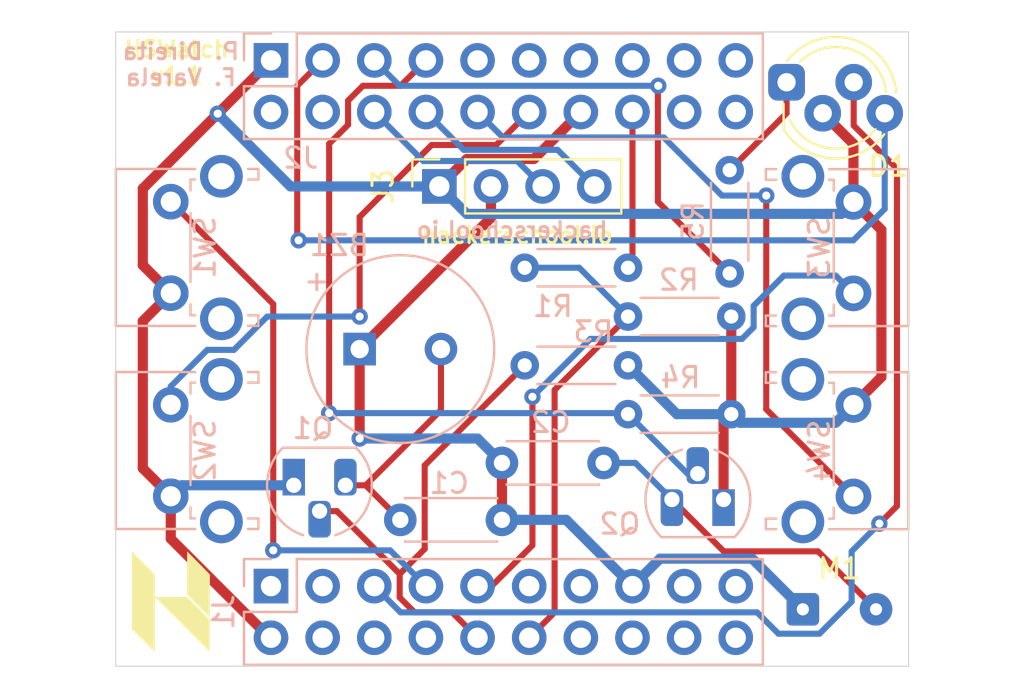
<source format=kicad_pcb>
(kicad_pcb (version 20171130) (host pcbnew "(5.1.6)-1")

  (general
    (thickness 1.6)
    (drawings 19)
    (tracks 152)
    (zones 0)
    (modules 20)
    (nets 19)
  )

  (page A4)
  (title_block
    (title HSWatch)
    (date 2021-01-18)
    (rev v1.1)
    (company HackerSchool)
    (comment 1 "Filipe Varela")
    (comment 2 "Pedro Direita")
  )

  (layers
    (0 F.Cu signal)
    (31 B.Cu signal)
    (32 B.Adhes user)
    (33 F.Adhes user)
    (34 B.Paste user)
    (35 F.Paste user)
    (36 B.SilkS user)
    (37 F.SilkS user)
    (38 B.Mask user)
    (39 F.Mask user)
    (40 Dwgs.User user hide)
    (41 Cmts.User user hide)
    (42 Eco1.User user hide)
    (43 Eco2.User user hide)
    (44 Edge.Cuts user)
    (45 Margin user hide)
    (46 B.CrtYd user hide)
    (47 F.CrtYd user hide)
    (48 B.Fab user hide)
    (49 F.Fab user hide)
  )

  (setup
    (last_trace_width 0.3)
    (user_trace_width 0.5)
    (trace_clearance 0.25)
    (zone_clearance 0.508)
    (zone_45_only no)
    (trace_min 0.25)
    (via_size 0.8)
    (via_drill 0.4)
    (via_min_size 0.4)
    (via_min_drill 0.3)
    (uvia_size 0.3)
    (uvia_drill 0.1)
    (uvias_allowed no)
    (uvia_min_size 0.2)
    (uvia_min_drill 0.1)
    (edge_width 0.05)
    (segment_width 0.2)
    (pcb_text_width 0.3)
    (pcb_text_size 1.5 1.5)
    (mod_edge_width 0.12)
    (mod_text_size 1 1)
    (mod_text_width 0.15)
    (pad_size 1.524 1.524)
    (pad_drill 0.762)
    (pad_to_mask_clearance 0.05)
    (aux_axis_origin 0 0)
    (visible_elements 7FFFFFFF)
    (pcbplotparams
      (layerselection 0x010fc_ffffffff)
      (usegerberextensions true)
      (usegerberattributes false)
      (usegerberadvancedattributes false)
      (creategerberjobfile false)
      (excludeedgelayer true)
      (linewidth 0.100000)
      (plotframeref false)
      (viasonmask false)
      (mode 1)
      (useauxorigin false)
      (hpglpennumber 1)
      (hpglpenspeed 20)
      (hpglpendiameter 15.000000)
      (psnegative false)
      (psa4output false)
      (plotreference true)
      (plotvalue false)
      (plotinvisibletext false)
      (padsonsilk false)
      (subtractmaskfromsilk true)
      (outputformat 1)
      (mirror false)
      (drillshape 0)
      (scaleselection 1)
      (outputdirectory "gerber/"))
  )

  (net 0 "")
  (net 1 VDD)
  (net 2 "Net-(BZ1-Pad2)")
  (net 3 "Net-(C2-Pad2)")
  (net 4 "Net-(D1-Pad1)")
  (net 5 GND)
  (net 6 /mes_bat)
  (net 7 /b_u_r)
  (net 8 /buzzer)
  (net 9 /b_u_l)
  (net 10 /led_b)
  (net 11 /led_g)
  (net 12 /scl)
  (net 13 /led_r)
  (net 14 /sda)
  (net 15 /vibrator)
  (net 16 /b_d_r)
  (net 17 /b_d_l)
  (net 18 /v_bat)

  (net_class Default "This is the default net class."
    (clearance 0.25)
    (trace_width 0.3)
    (via_dia 0.8)
    (via_drill 0.4)
    (uvia_dia 0.3)
    (uvia_drill 0.1)
    (diff_pair_width 0.25)
    (diff_pair_gap 0.25)
    (add_net /b_d_l)
    (add_net /b_d_r)
    (add_net /b_u_l)
    (add_net /b_u_r)
    (add_net /buzzer)
    (add_net /led_b)
    (add_net /led_g)
    (add_net /led_r)
    (add_net /mes_bat)
    (add_net /scl)
    (add_net /sda)
    (add_net /v_bat)
    (add_net /vibrator)
    (add_net GND)
    (add_net "Net-(BZ1-Pad2)")
    (add_net "Net-(C2-Pad2)")
    (add_net "Net-(D1-Pad1)")
    (add_net VDD)
  )

  (module logos:hslogo (layer F.Cu) (tedit 60005AB0) (tstamp 62421398)
    (at 122.7 108)
    (fp_text reference G*** (at -5.6 3.9) (layer F.SilkS) hide
      (effects (font (size 1.524 1.524) (thickness 0.3)))
    )
    (fp_text value LOGO (at 0.1 3.8) (layer F.SilkS) hide
      (effects (font (size 1.524 1.524) (thickness 0.3)))
    )
    (fp_poly (pts (xy -1.338415 -1.876019) (xy -0.780298 -1.312333) (xy -0.779615 -0.757767) (xy -0.778933 -0.2032)
      (xy 0.82146 -0.2032) (xy 1.37593 0.351462) (xy 1.9304 0.906123) (xy 1.9304 2.497587)
      (xy 0.588394 1.15566) (xy 0.41109 0.978476) (xy 0.240419 0.808136) (xy 0.077913 0.646155)
      (xy -0.074897 0.494051) (xy -0.216482 0.353341) (xy -0.345309 0.22554) (xy -0.459848 0.112165)
      (xy -0.558568 0.014733) (xy -0.639939 -0.065239) (xy -0.70243 -0.126236) (xy -0.744509 -0.166741)
      (xy -0.764646 -0.185236) (xy -0.766171 -0.186266) (xy -0.768191 -0.169758) (xy -0.770219 -0.121934)
      (xy -0.772221 -0.045344) (xy -0.774165 0.057461) (xy -0.77602 0.18393) (xy -0.777753 0.331514)
      (xy -0.779332 0.497661) (xy -0.780725 0.679821) (xy -0.781899 0.875443) (xy -0.782822 1.081977)
      (xy -0.783064 1.151565) (xy -0.787399 2.489396) (xy -1.341966 1.934637) (xy -1.896533 1.379877)
      (xy -1.896533 -2.439705) (xy -1.338415 -1.876019)) (layer F.SilkS) (width 0.01))
    (fp_poly (pts (xy 1.375963 -1.872624) (xy 1.93066 -1.306349) (xy 1.926297 -0.263608) (xy 1.921934 0.779132)
      (xy 1.367237 0.224242) (xy 0.812541 -0.330649) (xy 0.821267 -2.438899) (xy 1.375963 -1.872624)) (layer F.SilkS) (width 0.01))
  )

  (module Resistor_THT:R_Axial_DIN0204_L3.6mm_D1.6mm_P5.08mm_Horizontal (layer B.Cu) (tedit 5AE5139B) (tstamp 5FF7514A)
    (at 150.2 86.8 270)
    (descr "Resistor, Axial_DIN0204 series, Axial, Horizontal, pin pitch=5.08mm, 0.167W, length*diameter=3.6*1.6mm^2, http://cdn-reichelt.de/documents/datenblatt/B400/1_4W%23YAG.pdf")
    (tags "Resistor Axial_DIN0204 series Axial Horizontal pin pitch 5.08mm 0.167W length 3.6mm diameter 1.6mm")
    (path /5FF7CC6C)
    (fp_text reference R5 (at 2.5 1.8 90) (layer B.SilkS)
      (effects (font (size 1 1) (thickness 0.15)) (justify mirror))
    )
    (fp_text value 100 (at 2.54 -1.92 90) (layer B.Fab)
      (effects (font (size 1 1) (thickness 0.15)) (justify mirror))
    )
    (fp_line (start 0.74 0.8) (end 0.74 -0.8) (layer B.Fab) (width 0.1))
    (fp_line (start 0.74 -0.8) (end 4.34 -0.8) (layer B.Fab) (width 0.1))
    (fp_line (start 4.34 -0.8) (end 4.34 0.8) (layer B.Fab) (width 0.1))
    (fp_line (start 4.34 0.8) (end 0.74 0.8) (layer B.Fab) (width 0.1))
    (fp_line (start 0 0) (end 0.74 0) (layer B.Fab) (width 0.1))
    (fp_line (start 5.08 0) (end 4.34 0) (layer B.Fab) (width 0.1))
    (fp_line (start 0.62 0.92) (end 4.46 0.92) (layer B.SilkS) (width 0.12))
    (fp_line (start 0.62 -0.92) (end 4.46 -0.92) (layer B.SilkS) (width 0.12))
    (fp_line (start -0.95 1.05) (end -0.95 -1.05) (layer B.CrtYd) (width 0.05))
    (fp_line (start -0.95 -1.05) (end 6.03 -1.05) (layer B.CrtYd) (width 0.05))
    (fp_line (start 6.03 -1.05) (end 6.03 1.05) (layer B.CrtYd) (width 0.05))
    (fp_line (start 6.03 1.05) (end -0.95 1.05) (layer B.CrtYd) (width 0.05))
    (fp_text user %R (at 2.54 0 90) (layer B.Fab)
      (effects (font (size 0.72 0.72) (thickness 0.108)) (justify mirror))
    )
    (pad 1 thru_hole circle (at 0 0 270) (size 1.4 1.4) (drill 0.7) (layers *.Cu *.Mask)
      (net 4 "Net-(D1-Pad1)"))
    (pad 2 thru_hole oval (at 5.08 0 270) (size 1.4 1.4) (drill 0.7) (layers *.Cu *.Mask)
      (net 13 /led_r))
    (model ${KISYS3DMOD}/Resistor_THT.3dshapes/R_Axial_DIN0204_L3.6mm_D1.6mm_P5.08mm_Horizontal.wrl
      (at (xyz 0 0 0))
      (scale (xyz 1 1 1))
      (rotate (xyz 0 0 0))
    )
  )

  (module Resistor_THT:R_Axial_DIN0204_L3.6mm_D1.6mm_P5.08mm_Horizontal (layer B.Cu) (tedit 5AE5139B) (tstamp 5FF75133)
    (at 145.2 98.8)
    (descr "Resistor, Axial_DIN0204 series, Axial, Horizontal, pin pitch=5.08mm, 0.167W, length*diameter=3.6*1.6mm^2, http://cdn-reichelt.de/documents/datenblatt/B400/1_4W%23YAG.pdf")
    (tags "Resistor Axial_DIN0204 series Axial Horizontal pin pitch 5.08mm 0.167W length 3.6mm diameter 1.6mm")
    (path /5FF7E26D)
    (fp_text reference R4 (at 2.58 -1.8) (layer B.SilkS)
      (effects (font (size 1 1) (thickness 0.15)) (justify mirror))
    )
    (fp_text value 100k (at 2.54 -1.92) (layer B.Fab)
      (effects (font (size 1 1) (thickness 0.15)) (justify mirror))
    )
    (fp_line (start 6.03 1.05) (end -0.95 1.05) (layer B.CrtYd) (width 0.05))
    (fp_line (start 6.03 -1.05) (end 6.03 1.05) (layer B.CrtYd) (width 0.05))
    (fp_line (start -0.95 -1.05) (end 6.03 -1.05) (layer B.CrtYd) (width 0.05))
    (fp_line (start -0.95 1.05) (end -0.95 -1.05) (layer B.CrtYd) (width 0.05))
    (fp_line (start 0.62 -0.92) (end 4.46 -0.92) (layer B.SilkS) (width 0.12))
    (fp_line (start 0.62 0.92) (end 4.46 0.92) (layer B.SilkS) (width 0.12))
    (fp_line (start 5.08 0) (end 4.34 0) (layer B.Fab) (width 0.1))
    (fp_line (start 0 0) (end 0.74 0) (layer B.Fab) (width 0.1))
    (fp_line (start 4.34 0.8) (end 0.74 0.8) (layer B.Fab) (width 0.1))
    (fp_line (start 4.34 -0.8) (end 4.34 0.8) (layer B.Fab) (width 0.1))
    (fp_line (start 0.74 -0.8) (end 4.34 -0.8) (layer B.Fab) (width 0.1))
    (fp_line (start 0.74 0.8) (end 0.74 -0.8) (layer B.Fab) (width 0.1))
    (fp_text user %R (at 2.54 0) (layer B.Fab)
      (effects (font (size 0.72 0.72) (thickness 0.108)) (justify mirror))
    )
    (pad 2 thru_hole oval (at 5.08 0) (size 1.4 1.4) (drill 0.7) (layers *.Cu *.Mask)
      (net 5 GND))
    (pad 1 thru_hole circle (at 0 0) (size 1.4 1.4) (drill 0.7) (layers *.Cu *.Mask)
      (net 15 /vibrator))
    (model ${KISYS3DMOD}/Resistor_THT.3dshapes/R_Axial_DIN0204_L3.6mm_D1.6mm_P5.08mm_Horizontal.wrl
      (at (xyz 0 0 0))
      (scale (xyz 1 1 1))
      (rotate (xyz 0 0 0))
    )
  )

  (module Resistor_THT:R_Axial_DIN0204_L3.6mm_D1.6mm_P5.08mm_Horizontal (layer B.Cu) (tedit 5AE5139B) (tstamp 5FFDDCCF)
    (at 140.12 96.4)
    (descr "Resistor, Axial_DIN0204 series, Axial, Horizontal, pin pitch=5.08mm, 0.167W, length*diameter=3.6*1.6mm^2, http://cdn-reichelt.de/documents/datenblatt/B400/1_4W%23YAG.pdf")
    (tags "Resistor Axial_DIN0204 series Axial Horizontal pin pitch 5.08mm 0.167W length 3.6mm diameter 1.6mm")
    (path /5FF7E487)
    (fp_text reference R3 (at 3.38 -1.65) (layer B.SilkS)
      (effects (font (size 1 1) (thickness 0.15)) (justify mirror))
    )
    (fp_text value 100k (at 2.54 -1.92) (layer B.Fab)
      (effects (font (size 1 1) (thickness 0.15)) (justify mirror))
    )
    (fp_line (start 6.03 1.05) (end -0.95 1.05) (layer B.CrtYd) (width 0.05))
    (fp_line (start 6.03 -1.05) (end 6.03 1.05) (layer B.CrtYd) (width 0.05))
    (fp_line (start -0.95 -1.05) (end 6.03 -1.05) (layer B.CrtYd) (width 0.05))
    (fp_line (start -0.95 1.05) (end -0.95 -1.05) (layer B.CrtYd) (width 0.05))
    (fp_line (start 0.62 -0.92) (end 4.46 -0.92) (layer B.SilkS) (width 0.12))
    (fp_line (start 0.62 0.92) (end 4.46 0.92) (layer B.SilkS) (width 0.12))
    (fp_line (start 5.08 0) (end 4.34 0) (layer B.Fab) (width 0.1))
    (fp_line (start 0 0) (end 0.74 0) (layer B.Fab) (width 0.1))
    (fp_line (start 4.34 0.8) (end 0.74 0.8) (layer B.Fab) (width 0.1))
    (fp_line (start 4.34 -0.8) (end 4.34 0.8) (layer B.Fab) (width 0.1))
    (fp_line (start 0.74 -0.8) (end 4.34 -0.8) (layer B.Fab) (width 0.1))
    (fp_line (start 0.74 0.8) (end 0.74 -0.8) (layer B.Fab) (width 0.1))
    (fp_text user %R (at 2.54 0) (layer B.Fab)
      (effects (font (size 0.72 0.72) (thickness 0.108)) (justify mirror))
    )
    (pad 2 thru_hole oval (at 5.08 0) (size 1.4 1.4) (drill 0.7) (layers *.Cu *.Mask)
      (net 5 GND))
    (pad 1 thru_hole circle (at 0 0) (size 1.4 1.4) (drill 0.7) (layers *.Cu *.Mask)
      (net 8 /buzzer))
    (model ${KISYS3DMOD}/Resistor_THT.3dshapes/R_Axial_DIN0204_L3.6mm_D1.6mm_P5.08mm_Horizontal.wrl
      (at (xyz 0 0 0))
      (scale (xyz 1 1 1))
      (rotate (xyz 0 0 0))
    )
  )

  (module Resistor_THT:R_Axial_DIN0204_L3.6mm_D1.6mm_P5.08mm_Horizontal (layer B.Cu) (tedit 5AE5139B) (tstamp 5FF75105)
    (at 145.2 94)
    (descr "Resistor, Axial_DIN0204 series, Axial, Horizontal, pin pitch=5.08mm, 0.167W, length*diameter=3.6*1.6mm^2, http://cdn-reichelt.de/documents/datenblatt/B400/1_4W%23YAG.pdf")
    (tags "Resistor Axial_DIN0204 series Axial Horizontal pin pitch 5.08mm 0.167W length 3.6mm diameter 1.6mm")
    (path /5FF7D1DC)
    (fp_text reference R2 (at 2.5 -1.8) (layer B.SilkS)
      (effects (font (size 1 1) (thickness 0.15)) (justify mirror))
    )
    (fp_text value 47k (at 2.54 -1.92) (layer B.Fab)
      (effects (font (size 1 1) (thickness 0.15)) (justify mirror))
    )
    (fp_line (start 6.03 1.05) (end -0.95 1.05) (layer B.CrtYd) (width 0.05))
    (fp_line (start 6.03 -1.05) (end 6.03 1.05) (layer B.CrtYd) (width 0.05))
    (fp_line (start -0.95 -1.05) (end 6.03 -1.05) (layer B.CrtYd) (width 0.05))
    (fp_line (start -0.95 1.05) (end -0.95 -1.05) (layer B.CrtYd) (width 0.05))
    (fp_line (start 0.62 -0.92) (end 4.46 -0.92) (layer B.SilkS) (width 0.12))
    (fp_line (start 0.62 0.92) (end 4.46 0.92) (layer B.SilkS) (width 0.12))
    (fp_line (start 5.08 0) (end 4.34 0) (layer B.Fab) (width 0.1))
    (fp_line (start 0 0) (end 0.74 0) (layer B.Fab) (width 0.1))
    (fp_line (start 4.34 0.8) (end 0.74 0.8) (layer B.Fab) (width 0.1))
    (fp_line (start 4.34 -0.8) (end 4.34 0.8) (layer B.Fab) (width 0.1))
    (fp_line (start 0.74 -0.8) (end 4.34 -0.8) (layer B.Fab) (width 0.1))
    (fp_line (start 0.74 0.8) (end 0.74 -0.8) (layer B.Fab) (width 0.1))
    (fp_text user %R (at 2.54 0) (layer B.Fab)
      (effects (font (size 0.72 0.72) (thickness 0.108)) (justify mirror))
    )
    (pad 2 thru_hole oval (at 5.08 0) (size 1.4 1.4) (drill 0.7) (layers *.Cu *.Mask)
      (net 5 GND))
    (pad 1 thru_hole circle (at 0 0) (size 1.4 1.4) (drill 0.7) (layers *.Cu *.Mask)
      (net 6 /mes_bat))
    (model ${KISYS3DMOD}/Resistor_THT.3dshapes/R_Axial_DIN0204_L3.6mm_D1.6mm_P5.08mm_Horizontal.wrl
      (at (xyz 0 0 0))
      (scale (xyz 1 1 1))
      (rotate (xyz 0 0 0))
    )
  )

  (module Resistor_THT:R_Axial_DIN0204_L3.6mm_D1.6mm_P5.08mm_Horizontal (layer B.Cu) (tedit 5AE5139B) (tstamp 6000BB2C)
    (at 145.2 91.6 180)
    (descr "Resistor, Axial_DIN0204 series, Axial, Horizontal, pin pitch=5.08mm, 0.167W, length*diameter=3.6*1.6mm^2, http://cdn-reichelt.de/documents/datenblatt/B400/1_4W%23YAG.pdf")
    (tags "Resistor Axial_DIN0204 series Axial Horizontal pin pitch 5.08mm 0.167W length 3.6mm diameter 1.6mm")
    (path /5FF7DA4E)
    (fp_text reference R1 (at 3.7 -1.9) (layer B.SilkS)
      (effects (font (size 1 1) (thickness 0.15)) (justify mirror))
    )
    (fp_text value 47k (at 2.54 -1.92) (layer B.Fab)
      (effects (font (size 1 1) (thickness 0.15)) (justify mirror))
    )
    (fp_line (start 6.03 1.05) (end -0.95 1.05) (layer B.CrtYd) (width 0.05))
    (fp_line (start 6.03 -1.05) (end 6.03 1.05) (layer B.CrtYd) (width 0.05))
    (fp_line (start -0.95 -1.05) (end 6.03 -1.05) (layer B.CrtYd) (width 0.05))
    (fp_line (start -0.95 1.05) (end -0.95 -1.05) (layer B.CrtYd) (width 0.05))
    (fp_line (start 0.62 -0.92) (end 4.46 -0.92) (layer B.SilkS) (width 0.12))
    (fp_line (start 0.62 0.92) (end 4.46 0.92) (layer B.SilkS) (width 0.12))
    (fp_line (start 5.08 0) (end 4.34 0) (layer B.Fab) (width 0.1))
    (fp_line (start 0 0) (end 0.74 0) (layer B.Fab) (width 0.1))
    (fp_line (start 4.34 0.8) (end 0.74 0.8) (layer B.Fab) (width 0.1))
    (fp_line (start 4.34 -0.8) (end 4.34 0.8) (layer B.Fab) (width 0.1))
    (fp_line (start 0.74 -0.8) (end 4.34 -0.8) (layer B.Fab) (width 0.1))
    (fp_line (start 0.74 0.8) (end 0.74 -0.8) (layer B.Fab) (width 0.1))
    (fp_text user %R (at 2.54 0) (layer B.Fab)
      (effects (font (size 0.72 0.72) (thickness 0.108)) (justify mirror))
    )
    (pad 2 thru_hole oval (at 5.08 0 180) (size 1.4 1.4) (drill 0.7) (layers *.Cu *.Mask)
      (net 6 /mes_bat))
    (pad 1 thru_hole circle (at 0 0 180) (size 1.4 1.4) (drill 0.7) (layers *.Cu *.Mask)
      (net 18 /v_bat))
    (model ${KISYS3DMOD}/Resistor_THT.3dshapes/R_Axial_DIN0204_L3.6mm_D1.6mm_P5.08mm_Horizontal.wrl
      (at (xyz 0 0 0))
      (scale (xyz 1 1 1))
      (rotate (xyz 0 0 0))
    )
  )

  (module Capacitor_THT:C_Disc_D4.3mm_W1.9mm_P5.00mm (layer B.Cu) (tedit 5AE50EF0) (tstamp 5FF7501C)
    (at 139 101.2)
    (descr "C, Disc series, Radial, pin pitch=5.00mm, , diameter*width=4.3*1.9mm^2, Capacitor, http://www.vishay.com/docs/45233/krseries.pdf")
    (tags "C Disc series Radial pin pitch 5.00mm  diameter 4.3mm width 1.9mm Capacitor")
    (path /5FF7C5F4)
    (fp_text reference C2 (at 2.4 -2) (layer B.SilkS)
      (effects (font (size 1 1) (thickness 0.15)) (justify mirror))
    )
    (fp_text value 39p (at 2.5 -2.2) (layer B.Fab)
      (effects (font (size 1 1) (thickness 0.15)) (justify mirror))
    )
    (fp_line (start 6.05 1.2) (end -1.05 1.2) (layer B.CrtYd) (width 0.05))
    (fp_line (start 6.05 -1.2) (end 6.05 1.2) (layer B.CrtYd) (width 0.05))
    (fp_line (start -1.05 -1.2) (end 6.05 -1.2) (layer B.CrtYd) (width 0.05))
    (fp_line (start -1.05 1.2) (end -1.05 -1.2) (layer B.CrtYd) (width 0.05))
    (fp_line (start 4.77 -1.055) (end 4.77 -1.07) (layer B.SilkS) (width 0.12))
    (fp_line (start 4.77 1.07) (end 4.77 1.055) (layer B.SilkS) (width 0.12))
    (fp_line (start 0.23 -1.055) (end 0.23 -1.07) (layer B.SilkS) (width 0.12))
    (fp_line (start 0.23 1.07) (end 0.23 1.055) (layer B.SilkS) (width 0.12))
    (fp_line (start 0.23 -1.07) (end 4.77 -1.07) (layer B.SilkS) (width 0.12))
    (fp_line (start 0.23 1.07) (end 4.77 1.07) (layer B.SilkS) (width 0.12))
    (fp_line (start 4.65 0.95) (end 0.35 0.95) (layer B.Fab) (width 0.1))
    (fp_line (start 4.65 -0.95) (end 4.65 0.95) (layer B.Fab) (width 0.1))
    (fp_line (start 0.35 -0.95) (end 4.65 -0.95) (layer B.Fab) (width 0.1))
    (fp_line (start 0.35 0.95) (end 0.35 -0.95) (layer B.Fab) (width 0.1))
    (fp_text user %R (at 2.5 0) (layer B.Fab)
      (effects (font (size 0.86 0.86) (thickness 0.129)) (justify mirror))
    )
    (pad 2 thru_hole circle (at 5 0) (size 1.6 1.6) (drill 0.8) (layers *.Cu *.Mask)
      (net 3 "Net-(C2-Pad2)"))
    (pad 1 thru_hole circle (at 0 0) (size 1.6 1.6) (drill 0.8) (layers *.Cu *.Mask)
      (net 1 VDD))
    (model ${KISYS3DMOD}/Capacitor_THT.3dshapes/C_Disc_D4.3mm_W1.9mm_P5.00mm.wrl
      (at (xyz 0 0 0))
      (scale (xyz 1 1 1))
      (rotate (xyz 0 0 0))
    )
  )

  (module Capacitor_THT:C_Disc_D4.3mm_W1.9mm_P5.00mm (layer B.Cu) (tedit 5AE50EF0) (tstamp 5FF75007)
    (at 139 104 180)
    (descr "C, Disc series, Radial, pin pitch=5.00mm, , diameter*width=4.3*1.9mm^2, Capacitor, http://www.vishay.com/docs/45233/krseries.pdf")
    (tags "C Disc series Radial pin pitch 5.00mm  diameter 4.3mm width 1.9mm Capacitor")
    (path /5FF7C361)
    (fp_text reference C1 (at 2.6 1.8) (layer B.SilkS)
      (effects (font (size 1 1) (thickness 0.15)) (justify mirror))
    )
    (fp_text value 39p (at 2.5 -2.2) (layer B.Fab)
      (effects (font (size 1 1) (thickness 0.15)) (justify mirror))
    )
    (fp_line (start 6.05 1.2) (end -1.05 1.2) (layer B.CrtYd) (width 0.05))
    (fp_line (start 6.05 -1.2) (end 6.05 1.2) (layer B.CrtYd) (width 0.05))
    (fp_line (start -1.05 -1.2) (end 6.05 -1.2) (layer B.CrtYd) (width 0.05))
    (fp_line (start -1.05 1.2) (end -1.05 -1.2) (layer B.CrtYd) (width 0.05))
    (fp_line (start 4.77 -1.055) (end 4.77 -1.07) (layer B.SilkS) (width 0.12))
    (fp_line (start 4.77 1.07) (end 4.77 1.055) (layer B.SilkS) (width 0.12))
    (fp_line (start 0.23 -1.055) (end 0.23 -1.07) (layer B.SilkS) (width 0.12))
    (fp_line (start 0.23 1.07) (end 0.23 1.055) (layer B.SilkS) (width 0.12))
    (fp_line (start 0.23 -1.07) (end 4.77 -1.07) (layer B.SilkS) (width 0.12))
    (fp_line (start 0.23 1.07) (end 4.77 1.07) (layer B.SilkS) (width 0.12))
    (fp_line (start 4.65 0.95) (end 0.35 0.95) (layer B.Fab) (width 0.1))
    (fp_line (start 4.65 -0.95) (end 4.65 0.95) (layer B.Fab) (width 0.1))
    (fp_line (start 0.35 -0.95) (end 4.65 -0.95) (layer B.Fab) (width 0.1))
    (fp_line (start 0.35 0.95) (end 0.35 -0.95) (layer B.Fab) (width 0.1))
    (fp_text user %R (at 2.5 0) (layer B.Fab)
      (effects (font (size 0.86 0.86) (thickness 0.129)) (justify mirror))
    )
    (pad 2 thru_hole circle (at 5 0 180) (size 1.6 1.6) (drill 0.8) (layers *.Cu *.Mask)
      (net 2 "Net-(BZ1-Pad2)"))
    (pad 1 thru_hole circle (at 0 0 180) (size 1.6 1.6) (drill 0.8) (layers *.Cu *.Mask)
      (net 1 VDD))
    (model ${KISYS3DMOD}/Capacitor_THT.3dshapes/C_Disc_D4.3mm_W1.9mm_P5.00mm.wrl
      (at (xyz 0 0 0))
      (scale (xyz 1 1 1))
      (rotate (xyz 0 0 0))
    )
  )

  (module Package_TO_SOT_THT:TO-92_HandSolder (layer B.Cu) (tedit 5A282C46) (tstamp 5FF750D7)
    (at 149.9 103 180)
    (descr "TO-92 leads molded, narrow, drill 0.75mm, handsoldering variant with enlarged pads (see NXP sot054_po.pdf)")
    (tags "to-92 sc-43 sc-43a sot54 PA33 transistor")
    (path /5FF6FBB6)
    (fp_text reference Q2 (at 5.1 -1.2) (layer B.SilkS)
      (effects (font (size 1 1) (thickness 0.15)) (justify mirror))
    )
    (fp_text value 2N7000 (at 1.27 -2.79) (layer B.Fab)
      (effects (font (size 1 1) (thickness 0.15)) (justify mirror))
    )
    (fp_line (start -0.53 -1.85) (end 3.07 -1.85) (layer B.SilkS) (width 0.12))
    (fp_line (start -0.5 -1.75) (end 3 -1.75) (layer B.Fab) (width 0.1))
    (fp_line (start -1.46 3.05) (end 4 3.05) (layer B.CrtYd) (width 0.05))
    (fp_line (start -1.45 3.05) (end -1.46 -2.01) (layer B.CrtYd) (width 0.05))
    (fp_line (start 4 -2.01) (end 4 3.05) (layer B.CrtYd) (width 0.05))
    (fp_line (start 4 -2.01) (end -1.46 -2.01) (layer B.CrtYd) (width 0.05))
    (fp_arc (start 1.27 0) (end 2.05 2.45) (angle -117.6433766) (layer B.SilkS) (width 0.12))
    (fp_arc (start 1.27 0) (end 1.27 2.48) (angle 135) (layer B.Fab) (width 0.1))
    (fp_arc (start 1.27 0) (end 0.45 2.45) (angle 116.9632683) (layer B.SilkS) (width 0.12))
    (fp_arc (start 1.27 0) (end 1.27 2.48) (angle -135) (layer B.Fab) (width 0.1))
    (fp_text user %R (at 1.27 4.4) (layer B.Fab)
      (effects (font (size 1 1) (thickness 0.15)) (justify mirror))
    )
    (pad 1 thru_hole rect (at 0 0 180) (size 1.1 1.8) (drill 0.75 (offset 0 -0.4)) (layers *.Cu *.Mask)
      (net 5 GND))
    (pad 3 thru_hole roundrect (at 2.54 0 180) (size 1.1 1.8) (drill 0.75 (offset 0 -0.4)) (layers *.Cu *.Mask) (roundrect_rratio 0.25)
      (net 3 "Net-(C2-Pad2)"))
    (pad 2 thru_hole roundrect (at 1.27 1.27 180) (size 1.1 1.8) (drill 0.75 (offset 0 0.4)) (layers *.Cu *.Mask) (roundrect_rratio 0.25)
      (net 15 /vibrator))
    (model ${KISYS3DMOD}/Package_TO_SOT_THT.3dshapes/TO-92.wrl
      (at (xyz 0 0 0))
      (scale (xyz 1 1 1))
      (rotate (xyz 0 0 0))
    )
  )

  (module Package_TO_SOT_THT:TO-92_HandSolder (layer B.Cu) (tedit 5A282C46) (tstamp 5FF750C5)
    (at 128.76 102.3)
    (descr "TO-92 leads molded, narrow, drill 0.75mm, handsoldering variant with enlarged pads (see NXP sot054_po.pdf)")
    (tags "to-92 sc-43 sc-43a sot54 PA33 transistor")
    (path /5FF7029D)
    (fp_text reference Q1 (at 0.94 -2.8) (layer B.SilkS)
      (effects (font (size 1 1) (thickness 0.15)) (justify mirror))
    )
    (fp_text value 2N7000 (at 1.27 -2.79) (layer B.Fab)
      (effects (font (size 1 1) (thickness 0.15)) (justify mirror))
    )
    (fp_line (start -0.53 -1.85) (end 3.07 -1.85) (layer B.SilkS) (width 0.12))
    (fp_line (start -0.5 -1.75) (end 3 -1.75) (layer B.Fab) (width 0.1))
    (fp_line (start -1.46 3.05) (end 4 3.05) (layer B.CrtYd) (width 0.05))
    (fp_line (start -1.45 3.05) (end -1.46 -2.01) (layer B.CrtYd) (width 0.05))
    (fp_line (start 4 -2.01) (end 4 3.05) (layer B.CrtYd) (width 0.05))
    (fp_line (start 4 -2.01) (end -1.46 -2.01) (layer B.CrtYd) (width 0.05))
    (fp_arc (start 1.27 0) (end 2.05 2.45) (angle -117.6433766) (layer B.SilkS) (width 0.12))
    (fp_arc (start 1.27 0) (end 1.27 2.48) (angle 135) (layer B.Fab) (width 0.1))
    (fp_arc (start 1.27 0) (end 0.45 2.45) (angle 116.9632683) (layer B.SilkS) (width 0.12))
    (fp_arc (start 1.27 0) (end 1.27 2.48) (angle -135) (layer B.Fab) (width 0.1))
    (fp_text user %R (at 1.27 4.4) (layer B.Fab)
      (effects (font (size 1 1) (thickness 0.15)) (justify mirror))
    )
    (pad 1 thru_hole rect (at 0 0) (size 1.1 1.8) (drill 0.75 (offset 0 -0.4)) (layers *.Cu *.Mask)
      (net 5 GND))
    (pad 3 thru_hole roundrect (at 2.54 0) (size 1.1 1.8) (drill 0.75 (offset 0 -0.4)) (layers *.Cu *.Mask) (roundrect_rratio 0.25)
      (net 2 "Net-(BZ1-Pad2)"))
    (pad 2 thru_hole roundrect (at 1.27 1.27) (size 1.1 1.8) (drill 0.75 (offset 0 0.4)) (layers *.Cu *.Mask) (roundrect_rratio 0.25)
      (net 8 /buzzer))
    (model ${KISYS3DMOD}/Package_TO_SOT_THT.3dshapes/TO-92.wrl
      (at (xyz 0 0 0))
      (scale (xyz 1 1 1))
      (rotate (xyz 0 0 0))
    )
  )

  (module LED_THT:LED_D5.0mm-4_RGB_Staggered_Pins (layer F.Cu) (tedit 5B74F6B5) (tstamp 5FF75032)
    (at 153 82.476)
    (descr "LED, diameter 5.0mm, 2 pins, diameter 5.0mm, 3 pins, diameter 5.0mm, 4 pins, http://www.kingbright.com/attachments/file/psearch/000/00/00/L-154A4SUREQBFZGEW(Ver.9A).pdf")
    (tags "LED diameter 5.0mm 2 pins diameter 5.0mm 3 pins diameter 5.0mm 4 pins RGB RGBLED")
    (path /5FF735DD)
    (fp_text reference D1 (at 5 4.124) (layer F.SilkS)
      (effects (font (size 1 1) (thickness 0.15)))
    )
    (fp_text value LED_RGBC (at 2.667 4.722) (layer F.Fab)
      (effects (font (size 1 1) (thickness 0.15)))
    )
    (fp_line (start -0.147 1.061188) (end -0.147 2.307) (layer F.SilkS) (width 0.12))
    (fp_line (start -0.087 -0.707694) (end -0.087 2.231694) (layer F.Fab) (width 0.1))
    (fp_circle (center 2.413 0.762) (end 4.913 0.762) (layer F.Fab) (width 0.1))
    (fp_line (start 5.84 -2.49) (end 5.84 4.01) (layer F.CrtYd) (width 0.05))
    (fp_line (start 5.84 4.01) (end -1.02 4.01) (layer F.CrtYd) (width 0.05))
    (fp_line (start -1.02 4.01) (end -1.02 -2.49) (layer F.CrtYd) (width 0.05))
    (fp_line (start -1.02 -2.49) (end 5.83 -2.49) (layer F.CrtYd) (width 0.05))
    (fp_text user %R (at 2.413 -3.198) (layer F.Fab)
      (effects (font (size 1 1) (thickness 0.15)))
    )
    (fp_arc (start 2.413 0.762) (end 0.660401 -1.015999) (angle 128) (layer F.SilkS) (width 0.12))
    (fp_arc (start 2.413 0.762) (end -0.087 -0.707694) (angle 299.1) (layer F.Fab) (width 0.1))
    (fp_arc (start 2.413 0.762) (end 0.028 -1.038) (angle 138) (layer F.SilkS) (width 0.12))
    (fp_arc (start 2.413 0.762) (end -0.147 2.30683) (angle -112) (layer F.SilkS) (width 0.12))
    (fp_arc (start 2.413 0.762) (end 0.158316 1.842) (angle -116) (layer F.SilkS) (width 0.12))
    (pad 1 thru_hole roundrect (at 0 0) (size 1.8 1.8) (drill 0.9) (layers *.Cu *.Mask) (roundrect_rratio 0.25)
      (net 4 "Net-(D1-Pad1)"))
    (pad 2 thru_hole circle (at 1.778 1.524) (size 1.8 1.8) (drill 0.9) (layers *.Cu *.Mask)
      (net 5 GND))
    (pad 3 thru_hole circle (at 3.302 0) (size 1.8 1.8) (drill 0.9) (layers *.Cu *.Mask)
      (net 10 /led_b))
    (pad 4 thru_hole circle (at 4.826 1.524) (size 1.8 1.8) (drill 0.9) (layers *.Cu *.Mask)
      (net 11 /led_g))
    (model ${KISYS3DMOD}/LED_THT.3dshapes/LED_D5.0mm-4_RGB_Staggered_Pins.wrl
      (at (xyz 0 0 0))
      (scale (xyz 1 1 1))
      (rotate (xyz 0 0 0))
    )
  )

  (module Connector_PinSocket_2.54mm:PinSocket_1x04_P2.54mm_Vertical (layer F.Cu) (tedit 5A19A429) (tstamp 5FF750A2)
    (at 135.92 87.6 90)
    (descr "Through hole straight socket strip, 1x04, 2.54mm pitch, single row (from Kicad 4.0.7), script generated")
    (tags "Through hole socket strip THT 1x04 2.54mm single row")
    (path /5FF6E71C)
    (fp_text reference J3 (at 0 -2.77 90) (layer F.SilkS)
      (effects (font (size 1 1) (thickness 0.15)))
    )
    (fp_text value Conn_Oled_Disp (at 0 10.39 90) (layer F.Fab)
      (effects (font (size 1 1) (thickness 0.15)))
    )
    (fp_line (start -1.8 9.4) (end -1.8 -1.8) (layer F.CrtYd) (width 0.05))
    (fp_line (start 1.75 9.4) (end -1.8 9.4) (layer F.CrtYd) (width 0.05))
    (fp_line (start 1.75 -1.8) (end 1.75 9.4) (layer F.CrtYd) (width 0.05))
    (fp_line (start -1.8 -1.8) (end 1.75 -1.8) (layer F.CrtYd) (width 0.05))
    (fp_line (start 0 -1.33) (end 1.33 -1.33) (layer F.SilkS) (width 0.12))
    (fp_line (start 1.33 -1.33) (end 1.33 0) (layer F.SilkS) (width 0.12))
    (fp_line (start 1.33 1.27) (end 1.33 8.95) (layer F.SilkS) (width 0.12))
    (fp_line (start -1.33 8.95) (end 1.33 8.95) (layer F.SilkS) (width 0.12))
    (fp_line (start -1.33 1.27) (end -1.33 8.95) (layer F.SilkS) (width 0.12))
    (fp_line (start -1.33 1.27) (end 1.33 1.27) (layer F.SilkS) (width 0.12))
    (fp_line (start -1.27 8.89) (end -1.27 -1.27) (layer F.Fab) (width 0.1))
    (fp_line (start 1.27 8.89) (end -1.27 8.89) (layer F.Fab) (width 0.1))
    (fp_line (start 1.27 -0.635) (end 1.27 8.89) (layer F.Fab) (width 0.1))
    (fp_line (start 0.635 -1.27) (end 1.27 -0.635) (layer F.Fab) (width 0.1))
    (fp_line (start -1.27 -1.27) (end 0.635 -1.27) (layer F.Fab) (width 0.1))
    (fp_text user %R (at 0 3.81) (layer F.Fab)
      (effects (font (size 1 1) (thickness 0.15)))
    )
    (pad 4 thru_hole oval (at 0 7.62 90) (size 1.7 1.7) (drill 1) (layers *.Cu *.Mask)
      (net 14 /sda))
    (pad 3 thru_hole oval (at 0 5.08 90) (size 1.7 1.7) (drill 1) (layers *.Cu *.Mask)
      (net 12 /scl))
    (pad 2 thru_hole oval (at 0 2.54 90) (size 1.7 1.7) (drill 1) (layers *.Cu *.Mask)
      (net 1 VDD))
    (pad 1 thru_hole rect (at 0 0 90) (size 1.7 1.7) (drill 1) (layers *.Cu *.Mask)
      (net 5 GND))
    (model ${KISYS3DMOD}/Connector_PinSocket_2.54mm.3dshapes/PinSocket_1x04_P2.54mm_Vertical.wrl
      (at (xyz 0 0 0))
      (scale (xyz 1 1 1))
      (rotate (xyz 0 0 0))
    )
  )

  (module Connector_PinHeader_2.54mm:PinHeader_2x10_P2.54mm_Vertical (layer B.Cu) (tedit 59FED5CC) (tstamp 5FF75088)
    (at 127.64 81.4 270)
    (descr "Through hole straight pin header, 2x10, 2.54mm pitch, double rows")
    (tags "Through hole pin header THT 2x10 2.54mm double row")
    (path /5FF5667D)
    (fp_text reference J2 (at 4.8 -1.46) (layer B.SilkS)
      (effects (font (size 1 1) (thickness 0.15)) (justify mirror))
    )
    (fp_text value Conn_02x10_Up (at 1.27 -25.19 270) (layer B.Fab)
      (effects (font (size 1 1) (thickness 0.15)) (justify mirror))
    )
    (fp_line (start 0 1.27) (end 3.81 1.27) (layer B.Fab) (width 0.1))
    (fp_line (start 3.81 1.27) (end 3.81 -24.13) (layer B.Fab) (width 0.1))
    (fp_line (start 3.81 -24.13) (end -1.27 -24.13) (layer B.Fab) (width 0.1))
    (fp_line (start -1.27 -24.13) (end -1.27 0) (layer B.Fab) (width 0.1))
    (fp_line (start -1.27 0) (end 0 1.27) (layer B.Fab) (width 0.1))
    (fp_line (start -1.33 -24.19) (end 3.87 -24.19) (layer B.SilkS) (width 0.12))
    (fp_line (start -1.33 -1.27) (end -1.33 -24.19) (layer B.SilkS) (width 0.12))
    (fp_line (start 3.87 1.33) (end 3.87 -24.19) (layer B.SilkS) (width 0.12))
    (fp_line (start -1.33 -1.27) (end 1.27 -1.27) (layer B.SilkS) (width 0.12))
    (fp_line (start 1.27 -1.27) (end 1.27 1.33) (layer B.SilkS) (width 0.12))
    (fp_line (start 1.27 1.33) (end 3.87 1.33) (layer B.SilkS) (width 0.12))
    (fp_line (start -1.33 0) (end -1.33 1.33) (layer B.SilkS) (width 0.12))
    (fp_line (start -1.33 1.33) (end 0 1.33) (layer B.SilkS) (width 0.12))
    (fp_line (start -1.8 1.8) (end -1.8 -24.65) (layer B.CrtYd) (width 0.05))
    (fp_line (start -1.8 -24.65) (end 4.35 -24.65) (layer B.CrtYd) (width 0.05))
    (fp_line (start 4.35 -24.65) (end 4.35 1.8) (layer B.CrtYd) (width 0.05))
    (fp_line (start 4.35 1.8) (end -1.8 1.8) (layer B.CrtYd) (width 0.05))
    (fp_text user %R (at 1.27 -11.43) (layer B.Fab)
      (effects (font (size 1 1) (thickness 0.15)) (justify mirror))
    )
    (pad 20 thru_hole oval (at 2.54 -22.86 270) (size 1.7 1.7) (drill 1) (layers *.Cu *.Mask))
    (pad 19 thru_hole oval (at 0 -22.86 270) (size 1.7 1.7) (drill 1) (layers *.Cu *.Mask))
    (pad 18 thru_hole oval (at 2.54 -20.32 270) (size 1.7 1.7) (drill 1) (layers *.Cu *.Mask))
    (pad 17 thru_hole oval (at 0 -20.32 270) (size 1.7 1.7) (drill 1) (layers *.Cu *.Mask))
    (pad 16 thru_hole oval (at 2.54 -17.78 270) (size 1.7 1.7) (drill 1) (layers *.Cu *.Mask)
      (net 18 /v_bat))
    (pad 15 thru_hole oval (at 0 -17.78 270) (size 1.7 1.7) (drill 1) (layers *.Cu *.Mask))
    (pad 14 thru_hole oval (at 2.54 -15.24 270) (size 1.7 1.7) (drill 1) (layers *.Cu *.Mask)
      (net 5 GND))
    (pad 13 thru_hole oval (at 0 -15.24 270) (size 1.7 1.7) (drill 1) (layers *.Cu *.Mask))
    (pad 12 thru_hole oval (at 2.54 -12.7 270) (size 1.7 1.7) (drill 1) (layers *.Cu *.Mask)
      (net 17 /b_d_l))
    (pad 11 thru_hole oval (at 0 -12.7 270) (size 1.7 1.7) (drill 1) (layers *.Cu *.Mask))
    (pad 10 thru_hole oval (at 2.54 -10.16 270) (size 1.7 1.7) (drill 1) (layers *.Cu *.Mask)
      (net 16 /b_d_r))
    (pad 9 thru_hole oval (at 0 -10.16 270) (size 1.7 1.7) (drill 1) (layers *.Cu *.Mask))
    (pad 8 thru_hole oval (at 2.54 -7.62 270) (size 1.7 1.7) (drill 1) (layers *.Cu *.Mask)
      (net 14 /sda))
    (pad 7 thru_hole oval (at 0 -7.62 270) (size 1.7 1.7) (drill 1) (layers *.Cu *.Mask)
      (net 15 /vibrator))
    (pad 6 thru_hole oval (at 2.54 -5.08 270) (size 1.7 1.7) (drill 1) (layers *.Cu *.Mask)
      (net 12 /scl))
    (pad 5 thru_hole oval (at 0 -5.08 270) (size 1.7 1.7) (drill 1) (layers *.Cu *.Mask)
      (net 13 /led_r))
    (pad 4 thru_hole oval (at 2.54 -2.54 270) (size 1.7 1.7) (drill 1) (layers *.Cu *.Mask))
    (pad 3 thru_hole oval (at 0 -2.54 270) (size 1.7 1.7) (drill 1) (layers *.Cu *.Mask)
      (net 11 /led_g))
    (pad 2 thru_hole oval (at 2.54 0 270) (size 1.7 1.7) (drill 1) (layers *.Cu *.Mask))
    (pad 1 thru_hole rect (at 0 0 270) (size 1.7 1.7) (drill 1) (layers *.Cu *.Mask)
      (net 5 GND))
    (model ${KISYS3DMOD}/Connector_PinHeader_2.54mm.3dshapes/PinHeader_2x10_P2.54mm_Vertical.wrl
      (at (xyz 0 0 0))
      (scale (xyz 1 1 1))
      (rotate (xyz 0 0 0))
    )
  )

  (module Connector_PinHeader_2.54mm:PinHeader_2x10_P2.54mm_Vertical (layer B.Cu) (tedit 59FED5CC) (tstamp 5FF7A67C)
    (at 127.64 107.26 270)
    (descr "Through hole straight pin header, 2x10, 2.54mm pitch, double rows")
    (tags "Through hole pin header THT 2x10 2.54mm double row")
    (path /5FF55893)
    (fp_text reference J1 (at 1.27 2.33 270) (layer B.SilkS)
      (effects (font (size 1 1) (thickness 0.15)) (justify mirror))
    )
    (fp_text value Conn_02x10_Down (at 1.27 -25.19 270) (layer B.Fab)
      (effects (font (size 1 1) (thickness 0.15)) (justify mirror))
    )
    (fp_line (start 0 1.27) (end 3.81 1.27) (layer B.Fab) (width 0.1))
    (fp_line (start 3.81 1.27) (end 3.81 -24.13) (layer B.Fab) (width 0.1))
    (fp_line (start 3.81 -24.13) (end -1.27 -24.13) (layer B.Fab) (width 0.1))
    (fp_line (start -1.27 -24.13) (end -1.27 0) (layer B.Fab) (width 0.1))
    (fp_line (start -1.27 0) (end 0 1.27) (layer B.Fab) (width 0.1))
    (fp_line (start -1.33 -24.19) (end 3.87 -24.19) (layer B.SilkS) (width 0.12))
    (fp_line (start -1.33 -1.27) (end -1.33 -24.19) (layer B.SilkS) (width 0.12))
    (fp_line (start 3.87 1.33) (end 3.87 -24.19) (layer B.SilkS) (width 0.12))
    (fp_line (start -1.33 -1.27) (end 1.27 -1.27) (layer B.SilkS) (width 0.12))
    (fp_line (start 1.27 -1.27) (end 1.27 1.33) (layer B.SilkS) (width 0.12))
    (fp_line (start 1.27 1.33) (end 3.87 1.33) (layer B.SilkS) (width 0.12))
    (fp_line (start -1.33 0) (end -1.33 1.33) (layer B.SilkS) (width 0.12))
    (fp_line (start -1.33 1.33) (end 0 1.33) (layer B.SilkS) (width 0.12))
    (fp_line (start -1.8 1.8) (end -1.8 -24.65) (layer B.CrtYd) (width 0.05))
    (fp_line (start -1.8 -24.65) (end 4.35 -24.65) (layer B.CrtYd) (width 0.05))
    (fp_line (start 4.35 -24.65) (end 4.35 1.8) (layer B.CrtYd) (width 0.05))
    (fp_line (start 4.35 1.8) (end -1.8 1.8) (layer B.CrtYd) (width 0.05))
    (fp_text user %R (at 1.27 -11.43) (layer B.Fab)
      (effects (font (size 1 1) (thickness 0.15)) (justify mirror))
    )
    (pad 20 thru_hole oval (at 2.54 -22.86 270) (size 1.7 1.7) (drill 1) (layers *.Cu *.Mask))
    (pad 19 thru_hole oval (at 0 -22.86 270) (size 1.7 1.7) (drill 1) (layers *.Cu *.Mask))
    (pad 18 thru_hole oval (at 2.54 -20.32 270) (size 1.7 1.7) (drill 1) (layers *.Cu *.Mask))
    (pad 17 thru_hole oval (at 0 -20.32 270) (size 1.7 1.7) (drill 1) (layers *.Cu *.Mask))
    (pad 16 thru_hole oval (at 2.54 -17.78 270) (size 1.7 1.7) (drill 1) (layers *.Cu *.Mask))
    (pad 15 thru_hole oval (at 0 -17.78 270) (size 1.7 1.7) (drill 1) (layers *.Cu *.Mask)
      (net 1 VDD))
    (pad 14 thru_hole oval (at 2.54 -15.24 270) (size 1.7 1.7) (drill 1) (layers *.Cu *.Mask))
    (pad 13 thru_hole oval (at 0 -15.24 270) (size 1.7 1.7) (drill 1) (layers *.Cu *.Mask))
    (pad 12 thru_hole oval (at 2.54 -12.7 270) (size 1.7 1.7) (drill 1) (layers *.Cu *.Mask)
      (net 6 /mes_bat))
    (pad 11 thru_hole oval (at 0 -12.7 270) (size 1.7 1.7) (drill 1) (layers *.Cu *.Mask))
    (pad 10 thru_hole oval (at 2.54 -10.16 270) (size 1.7 1.7) (drill 1) (layers *.Cu *.Mask)
      (net 8 /buzzer))
    (pad 9 thru_hole oval (at 0 -10.16 270) (size 1.7 1.7) (drill 1) (layers *.Cu *.Mask)
      (net 7 /b_u_r))
    (pad 8 thru_hole oval (at 2.54 -7.62 270) (size 1.7 1.7) (drill 1) (layers *.Cu *.Mask))
    (pad 7 thru_hole oval (at 0 -7.62 270) (size 1.7 1.7) (drill 1) (layers *.Cu *.Mask)
      (net 9 /b_u_l))
    (pad 6 thru_hole oval (at 2.54 -5.08 270) (size 1.7 1.7) (drill 1) (layers *.Cu *.Mask))
    (pad 5 thru_hole oval (at 0 -5.08 270) (size 1.7 1.7) (drill 1) (layers *.Cu *.Mask)
      (net 10 /led_b))
    (pad 4 thru_hole oval (at 2.54 -2.54 270) (size 1.7 1.7) (drill 1) (layers *.Cu *.Mask))
    (pad 3 thru_hole oval (at 0 -2.54 270) (size 1.7 1.7) (drill 1) (layers *.Cu *.Mask))
    (pad 2 thru_hole oval (at 2.54 0 270) (size 1.7 1.7) (drill 1) (layers *.Cu *.Mask)
      (net 5 GND))
    (pad 1 thru_hole rect (at 0 0 270) (size 1.7 1.7) (drill 1) (layers *.Cu *.Mask))
    (model ${KISYS3DMOD}/Connector_PinHeader_2.54mm.3dshapes/PinHeader_2x10_P2.54mm_Vertical.wrl
      (at (xyz 0 0 0))
      (scale (xyz 1 1 1))
      (rotate (xyz 0 0 0))
    )
  )

  (module Buzzer_Beeper:MagneticBuzzer_CUI_CST-931RP-A (layer B.Cu) (tedit 5AAE92D3) (tstamp 5FF74FF2)
    (at 132 95.6 270)
    (descr "CST-931RP-A, http://www.cui.com/product/resource/cst-931rp-a.pdf")
    (tags CST-931RP-A)
    (path /5FF71359)
    (fp_text reference BZ1 (at -5.1 1 180) (layer B.SilkS)
      (effects (font (size 1 1) (thickness 0.15)) (justify mirror))
    )
    (fp_text value Buzzer (at 0 -9 90) (layer B.Fab)
      (effects (font (size 1 1) (thickness 0.15)) (justify mirror))
    )
    (fp_line (start -2.75 1.88) (end -2.75 4.25) (layer B.CrtYd) (width 0.05))
    (fp_line (start -2.75 4.25) (end 2.75 4.25) (layer B.CrtYd) (width 0.05))
    (fp_line (start 2.75 4.25) (end 2.75 1.88) (layer B.CrtYd) (width 0.05))
    (fp_circle (center 0 -2) (end 4.62 -2) (layer B.SilkS) (width 0.12))
    (fp_line (start -2.5 4) (end -2.5 1.74) (layer B.Fab) (width 0.1))
    (fp_line (start 2.5 4) (end 2.5 1.74) (layer B.Fab) (width 0.1))
    (fp_line (start -2.5 4) (end 2.5 4) (layer B.Fab) (width 0.1))
    (fp_arc (start 0 -2) (end 2.75 1.88) (angle -289.2) (layer B.CrtYd) (width 0.05))
    (fp_arc (start 0 -2) (end 2.5 1.74) (angle -292.4) (layer B.Fab) (width 0.1))
    (fp_text user %R (at 0 -2 90) (layer B.Fab)
      (effects (font (size 1 1) (thickness 0.15)) (justify mirror))
    )
    (fp_text user + (at -1.5 0.1 90) (layer B.Fab)
      (effects (font (size 1 1) (thickness 0.15)) (justify mirror))
    )
    (fp_text user + (at -3.3 2.18 90) (layer B.SilkS)
      (effects (font (size 1 1) (thickness 0.15)) (justify mirror))
    )
    (pad 1 thru_hole rect (at 0 0 270) (size 1.6 1.6) (drill 0.9) (layers *.Cu *.Mask)
      (net 1 VDD))
    (pad 2 thru_hole circle (at 0 -4 270) (size 1.6 1.6) (drill 0.9) (layers *.Cu *.Mask)
      (net 2 "Net-(BZ1-Pad2)"))
    (model ${KISYS3DMOD}/Buzzer_Beeper.3dshapes/MagneticBuzzer_CUI_CST-931RP-A.wrl
      (at (xyz 0 0 0))
      (scale (xyz 1 1 1))
      (rotate (xyz 0 0 0))
    )
  )

  (module Connector_Wire:SolderWire-0.1sqmm_1x02_P3.6mm_D0.4mm_OD1mm (layer F.Cu) (tedit 5EB70B42) (tstamp 5FF750B3)
    (at 153.8 108.4)
    (descr "Soldered wire connection, for 2 times 0.1 mm² wires, basic insulation, conductor diameter 0.4mm, outer diameter 1mm, size source Multi-Contact FLEXI-E 0.1 (https://ec.staubli.com/AcroFiles/Catalogues/TM_Cab-Main-11014119_(en)_hi.pdf), bend radius 3 times outer diameter, generated with kicad-footprint-generator")
    (tags "connector wire 0.1sqmm")
    (path /5FF9A73F)
    (attr virtual)
    (fp_text reference M1 (at 1.8 -2) (layer F.SilkS)
      (effects (font (size 1 1) (thickness 0.15)))
    )
    (fp_text value Vibrator_Motor (at 1.8 2) (layer F.Fab)
      (effects (font (size 1 1) (thickness 0.15)))
    )
    (fp_circle (center 0 0) (end 0.5 0) (layer F.Fab) (width 0.1))
    (fp_circle (center 3.6 0) (end 4.1 0) (layer F.Fab) (width 0.1))
    (fp_line (start -1.3 -1.3) (end -1.3 1.3) (layer F.CrtYd) (width 0.05))
    (fp_line (start -1.3 1.3) (end 1.3 1.3) (layer F.CrtYd) (width 0.05))
    (fp_line (start 1.3 1.3) (end 1.3 -1.3) (layer F.CrtYd) (width 0.05))
    (fp_line (start 1.3 -1.3) (end -1.3 -1.3) (layer F.CrtYd) (width 0.05))
    (fp_line (start 2.3 -1.3) (end 2.3 1.3) (layer F.CrtYd) (width 0.05))
    (fp_line (start 2.3 1.3) (end 4.9 1.3) (layer F.CrtYd) (width 0.05))
    (fp_line (start 4.9 1.3) (end 4.9 -1.3) (layer F.CrtYd) (width 0.05))
    (fp_line (start 4.9 -1.3) (end 2.3 -1.3) (layer F.CrtYd) (width 0.05))
    (fp_text user %R (at 1.8 0 90) (layer F.Fab)
      (effects (font (size 0.65 0.65) (thickness 0.1)))
    )
    (pad 1 thru_hole roundrect (at 0 0) (size 1.6 1.6) (drill 0.6) (layers *.Cu *.Mask) (roundrect_rratio 0.15625)
      (net 1 VDD))
    (pad 2 thru_hole circle (at 3.6 0) (size 1.6 1.6) (drill 0.6) (layers *.Cu *.Mask)
      (net 3 "Net-(C2-Pad2)"))
    (model ${KISYS3DMOD}/Connector_Wire.3dshapes/SolderWire-0.1sqmm_1x02_P3.6mm_D0.4mm_OD1mm.wrl
      (at (xyz 0 0 0))
      (scale (xyz 1 1 1))
      (rotate (xyz 0 0 0))
    )
  )

  (module Button_Switch_THT:SW_Tactile_SPST_Angled_PTS645Vx83-2LFS (layer B.Cu) (tedit 5A02FE31) (tstamp 5FF7519E)
    (at 122.71 88.35 270)
    (descr "tactile switch SPST right angle, PTS645VL83-2 LFS")
    (tags "tactile switch SPST angled PTS645VL83-2 LFS C&K Button")
    (path /5FF7A59F)
    (fp_text reference SW1 (at 2.25 -1.68 270) (layer B.SilkS)
      (effects (font (size 1 1) (thickness 0.15)) (justify mirror))
    )
    (fp_text value SW_Push_Up_Left (at 2.25 -5.38988 270) (layer B.Fab)
      (effects (font (size 1 1) (thickness 0.15)) (justify mirror))
    )
    (fp_line (start 0.55 -0.97) (end 3.95 -0.97) (layer B.SilkS) (width 0.12))
    (fp_line (start -1.09 -0.97) (end -0.55 -0.97) (layer B.SilkS) (width 0.12))
    (fp_line (start 6.11 -3.8) (end 6.11 -4.31) (layer B.SilkS) (width 0.12))
    (fp_line (start 5.59 -4.31) (end 6.11 -4.31) (layer B.SilkS) (width 0.12))
    (fp_line (start 5.59 -3.8) (end 5.59 -4.31) (layer B.SilkS) (width 0.12))
    (fp_line (start 5.05 -0.97) (end 5.59 -0.97) (layer B.SilkS) (width 0.12))
    (fp_line (start -1.61 -3.8) (end -1.61 -4.31) (layer B.SilkS) (width 0.12))
    (fp_line (start -1.09 -3.8) (end -1.09 -4.31) (layer B.SilkS) (width 0.12))
    (fp_line (start 5.59 -0.97) (end 5.59 -1.2) (layer B.SilkS) (width 0.12))
    (fp_line (start -1.2 -4.2) (end -1.2 -0.86) (layer B.Fab) (width 0.1))
    (fp_line (start 5.7 -4.2) (end 6 -4.2) (layer B.Fab) (width 0.1))
    (fp_line (start -1.5 -4.2) (end -1.5 2.59) (layer B.Fab) (width 0.1))
    (fp_line (start -1.5 2.59) (end 6 2.59) (layer B.Fab) (width 0.1))
    (fp_line (start -1.61 2.7) (end -1.61 -1.2) (layer B.SilkS) (width 0.12))
    (fp_line (start -1.61 -4.31) (end -1.09 -4.31) (layer B.SilkS) (width 0.12))
    (fp_line (start 6.11 2.7) (end 6.11 -1.2) (layer B.SilkS) (width 0.12))
    (fp_line (start -1.61 2.7) (end 6.11 2.7) (layer B.SilkS) (width 0.12))
    (fp_line (start -2.5 -4.45) (end -2.5 2.8) (layer B.CrtYd) (width 0.05))
    (fp_line (start 7.05 -4.45) (end -2.5 -4.45) (layer B.CrtYd) (width 0.05))
    (fp_line (start 7.05 2.8) (end 7.05 -4.45) (layer B.CrtYd) (width 0.05))
    (fp_line (start -2.5 2.8) (end 7.05 2.8) (layer B.CrtYd) (width 0.05))
    (fp_line (start 6 -4.2) (end 6 2.59) (layer B.Fab) (width 0.1))
    (fp_line (start -1.2 -0.86) (end 5.7 -0.86) (layer B.Fab) (width 0.1))
    (fp_line (start -1.5 -4.2) (end -1.2 -4.2) (layer B.Fab) (width 0.1))
    (fp_line (start 5.7 -4.2) (end 5.7 -0.86) (layer B.Fab) (width 0.1))
    (fp_line (start -1.09 -0.97) (end -1.09 -1.2) (layer B.SilkS) (width 0.12))
    (fp_line (start 0.5 8.35) (end 4 8.35) (layer B.Fab) (width 0.1))
    (fp_line (start 4 8.35) (end 4 2.59) (layer B.Fab) (width 0.1))
    (fp_line (start 0.5 8.35) (end 0.5 2.59) (layer B.Fab) (width 0.1))
    (fp_text user %R (at 2.25 -1.68 270) (layer B.Fab)
      (effects (font (size 1 1) (thickness 0.15)) (justify mirror))
    )
    (pad "" thru_hole circle (at -1.25 -2.49 270) (size 2.1 2.1) (drill 1.3) (layers *.Cu *.Mask))
    (pad 1 thru_hole circle (at 0 0 270) (size 1.75 1.75) (drill 0.99) (layers *.Cu *.Mask)
      (net 9 /b_u_l))
    (pad 2 thru_hole circle (at 4.5 0 270) (size 1.75 1.75) (drill 0.99) (layers *.Cu *.Mask)
      (net 5 GND))
    (pad "" thru_hole circle (at 5.76 -2.49 270) (size 2.1 2.1) (drill 1.3) (layers *.Cu *.Mask))
    (model ${KISYS3DMOD}/Button_Switch_THT.3dshapes/SW_Tactile_SPST_Angled_PTS645Vx83-2LFS.wrl
      (at (xyz 0 0 0))
      (scale (xyz 1 1 1))
      (rotate (xyz 0 0 0))
    )
  )

  (module Button_Switch_THT:SW_Tactile_SPST_Angled_PTS645Vx83-2LFS (layer B.Cu) (tedit 5A02FE31) (tstamp 5FF751C4)
    (at 122.71 98.34 270)
    (descr "tactile switch SPST right angle, PTS645VL83-2 LFS")
    (tags "tactile switch SPST angled PTS645VL83-2 LFS C&K Button")
    (path /5FF7B3F2)
    (fp_text reference SW2 (at 2.25 -1.68 270) (layer B.SilkS)
      (effects (font (size 1 1) (thickness 0.15)) (justify mirror))
    )
    (fp_text value SW_Push_Down_Left (at 2.25 -5.38988 270) (layer B.Fab)
      (effects (font (size 1 1) (thickness 0.15)) (justify mirror))
    )
    (fp_line (start 0.55 -0.97) (end 3.95 -0.97) (layer B.SilkS) (width 0.12))
    (fp_line (start -1.09 -0.97) (end -0.55 -0.97) (layer B.SilkS) (width 0.12))
    (fp_line (start 6.11 -3.8) (end 6.11 -4.31) (layer B.SilkS) (width 0.12))
    (fp_line (start 5.59 -4.31) (end 6.11 -4.31) (layer B.SilkS) (width 0.12))
    (fp_line (start 5.59 -3.8) (end 5.59 -4.31) (layer B.SilkS) (width 0.12))
    (fp_line (start 5.05 -0.97) (end 5.59 -0.97) (layer B.SilkS) (width 0.12))
    (fp_line (start -1.61 -3.8) (end -1.61 -4.31) (layer B.SilkS) (width 0.12))
    (fp_line (start -1.09 -3.8) (end -1.09 -4.31) (layer B.SilkS) (width 0.12))
    (fp_line (start 5.59 -0.97) (end 5.59 -1.2) (layer B.SilkS) (width 0.12))
    (fp_line (start -1.2 -4.2) (end -1.2 -0.86) (layer B.Fab) (width 0.1))
    (fp_line (start 5.7 -4.2) (end 6 -4.2) (layer B.Fab) (width 0.1))
    (fp_line (start -1.5 -4.2) (end -1.5 2.59) (layer B.Fab) (width 0.1))
    (fp_line (start -1.5 2.59) (end 6 2.59) (layer B.Fab) (width 0.1))
    (fp_line (start -1.61 2.7) (end -1.61 -1.2) (layer B.SilkS) (width 0.12))
    (fp_line (start -1.61 -4.31) (end -1.09 -4.31) (layer B.SilkS) (width 0.12))
    (fp_line (start 6.11 2.7) (end 6.11 -1.2) (layer B.SilkS) (width 0.12))
    (fp_line (start -1.61 2.7) (end 6.11 2.7) (layer B.SilkS) (width 0.12))
    (fp_line (start -2.5 -4.45) (end -2.5 2.8) (layer B.CrtYd) (width 0.05))
    (fp_line (start 7.05 -4.45) (end -2.5 -4.45) (layer B.CrtYd) (width 0.05))
    (fp_line (start 7.05 2.8) (end 7.05 -4.45) (layer B.CrtYd) (width 0.05))
    (fp_line (start -2.5 2.8) (end 7.05 2.8) (layer B.CrtYd) (width 0.05))
    (fp_line (start 6 -4.2) (end 6 2.59) (layer B.Fab) (width 0.1))
    (fp_line (start -1.2 -0.86) (end 5.7 -0.86) (layer B.Fab) (width 0.1))
    (fp_line (start -1.5 -4.2) (end -1.2 -4.2) (layer B.Fab) (width 0.1))
    (fp_line (start 5.7 -4.2) (end 5.7 -0.86) (layer B.Fab) (width 0.1))
    (fp_line (start -1.09 -0.97) (end -1.09 -1.2) (layer B.SilkS) (width 0.12))
    (fp_line (start 0.5 8.35) (end 4 8.35) (layer B.Fab) (width 0.1))
    (fp_line (start 4 8.35) (end 4 2.59) (layer B.Fab) (width 0.1))
    (fp_line (start 0.5 8.35) (end 0.5 2.59) (layer B.Fab) (width 0.1))
    (fp_text user %R (at 2.25 -1.68 270) (layer B.Fab)
      (effects (font (size 1 1) (thickness 0.15)) (justify mirror))
    )
    (pad "" thru_hole circle (at -1.25 -2.49 270) (size 2.1 2.1) (drill 1.3) (layers *.Cu *.Mask))
    (pad 1 thru_hole circle (at 0 0 270) (size 1.75 1.75) (drill 0.99) (layers *.Cu *.Mask)
      (net 17 /b_d_l))
    (pad 2 thru_hole circle (at 4.5 0 270) (size 1.75 1.75) (drill 0.99) (layers *.Cu *.Mask)
      (net 5 GND))
    (pad "" thru_hole circle (at 5.76 -2.49 270) (size 2.1 2.1) (drill 1.3) (layers *.Cu *.Mask))
    (model ${KISYS3DMOD}/Button_Switch_THT.3dshapes/SW_Tactile_SPST_Angled_PTS645Vx83-2LFS.wrl
      (at (xyz 0 0 0))
      (scale (xyz 1 1 1))
      (rotate (xyz 0 0 0))
    )
  )

  (module Button_Switch_THT:SW_Tactile_SPST_Angled_PTS645Vx83-2LFS (layer B.Cu) (tedit 5A02FE31) (tstamp 5FF751EA)
    (at 156.29 92.86 90)
    (descr "tactile switch SPST right angle, PTS645VL83-2 LFS")
    (tags "tactile switch SPST angled PTS645VL83-2 LFS C&K Button")
    (path /5FF7AB7A)
    (fp_text reference SW3 (at 2.25 -1.68 270) (layer B.SilkS)
      (effects (font (size 1 1) (thickness 0.15)) (justify mirror))
    )
    (fp_text value SW_Push_Up_Right (at 2.25 -5.38988 270) (layer B.Fab)
      (effects (font (size 1 1) (thickness 0.15)) (justify mirror))
    )
    (fp_line (start 0.5 8.35) (end 0.5 2.59) (layer B.Fab) (width 0.1))
    (fp_line (start 4 8.35) (end 4 2.59) (layer B.Fab) (width 0.1))
    (fp_line (start 0.5 8.35) (end 4 8.35) (layer B.Fab) (width 0.1))
    (fp_line (start -1.09 -0.97) (end -1.09 -1.2) (layer B.SilkS) (width 0.12))
    (fp_line (start 5.7 -4.2) (end 5.7 -0.86) (layer B.Fab) (width 0.1))
    (fp_line (start -1.5 -4.2) (end -1.2 -4.2) (layer B.Fab) (width 0.1))
    (fp_line (start -1.2 -0.86) (end 5.7 -0.86) (layer B.Fab) (width 0.1))
    (fp_line (start 6 -4.2) (end 6 2.59) (layer B.Fab) (width 0.1))
    (fp_line (start -2.5 2.8) (end 7.05 2.8) (layer B.CrtYd) (width 0.05))
    (fp_line (start 7.05 2.8) (end 7.05 -4.45) (layer B.CrtYd) (width 0.05))
    (fp_line (start 7.05 -4.45) (end -2.5 -4.45) (layer B.CrtYd) (width 0.05))
    (fp_line (start -2.5 -4.45) (end -2.5 2.8) (layer B.CrtYd) (width 0.05))
    (fp_line (start -1.61 2.7) (end 6.11 2.7) (layer B.SilkS) (width 0.12))
    (fp_line (start 6.11 2.7) (end 6.11 -1.2) (layer B.SilkS) (width 0.12))
    (fp_line (start -1.61 -4.31) (end -1.09 -4.31) (layer B.SilkS) (width 0.12))
    (fp_line (start -1.61 2.7) (end -1.61 -1.2) (layer B.SilkS) (width 0.12))
    (fp_line (start -1.5 2.59) (end 6 2.59) (layer B.Fab) (width 0.1))
    (fp_line (start -1.5 -4.2) (end -1.5 2.59) (layer B.Fab) (width 0.1))
    (fp_line (start 5.7 -4.2) (end 6 -4.2) (layer B.Fab) (width 0.1))
    (fp_line (start -1.2 -4.2) (end -1.2 -0.86) (layer B.Fab) (width 0.1))
    (fp_line (start 5.59 -0.97) (end 5.59 -1.2) (layer B.SilkS) (width 0.12))
    (fp_line (start -1.09 -3.8) (end -1.09 -4.31) (layer B.SilkS) (width 0.12))
    (fp_line (start -1.61 -3.8) (end -1.61 -4.31) (layer B.SilkS) (width 0.12))
    (fp_line (start 5.05 -0.97) (end 5.59 -0.97) (layer B.SilkS) (width 0.12))
    (fp_line (start 5.59 -3.8) (end 5.59 -4.31) (layer B.SilkS) (width 0.12))
    (fp_line (start 5.59 -4.31) (end 6.11 -4.31) (layer B.SilkS) (width 0.12))
    (fp_line (start 6.11 -3.8) (end 6.11 -4.31) (layer B.SilkS) (width 0.12))
    (fp_line (start -1.09 -0.97) (end -0.55 -0.97) (layer B.SilkS) (width 0.12))
    (fp_line (start 0.55 -0.97) (end 3.95 -0.97) (layer B.SilkS) (width 0.12))
    (fp_text user %R (at 2.25 -1.68 270) (layer B.Fab)
      (effects (font (size 1 1) (thickness 0.15)) (justify mirror))
    )
    (pad "" thru_hole circle (at 5.76 -2.49 90) (size 2.1 2.1) (drill 1.3) (layers *.Cu *.Mask))
    (pad 2 thru_hole circle (at 4.5 0 90) (size 1.75 1.75) (drill 0.99) (layers *.Cu *.Mask)
      (net 5 GND))
    (pad 1 thru_hole circle (at 0 0 90) (size 1.75 1.75) (drill 0.99) (layers *.Cu *.Mask)
      (net 7 /b_u_r))
    (pad "" thru_hole circle (at -1.25 -2.49 90) (size 2.1 2.1) (drill 1.3) (layers *.Cu *.Mask))
    (model ${KISYS3DMOD}/Button_Switch_THT.3dshapes/SW_Tactile_SPST_Angled_PTS645Vx83-2LFS.wrl
      (at (xyz 0 0 0))
      (scale (xyz 1 1 1))
      (rotate (xyz 0 0 0))
    )
  )

  (module Button_Switch_THT:SW_Tactile_SPST_Angled_PTS645Vx83-2LFS (layer B.Cu) (tedit 5A02FE31) (tstamp 5FF75210)
    (at 156.29 102.85 90)
    (descr "tactile switch SPST right angle, PTS645VL83-2 LFS")
    (tags "tactile switch SPST angled PTS645VL83-2 LFS C&K Button")
    (path /5FF7B8A3)
    (fp_text reference SW4 (at 2.25 -1.68 270) (layer B.SilkS)
      (effects (font (size 1 1) (thickness 0.15)) (justify mirror))
    )
    (fp_text value SW_Push_Down_Right (at 2.25 -5.38988 270) (layer B.Fab)
      (effects (font (size 1 1) (thickness 0.15)) (justify mirror))
    )
    (fp_line (start 0.5 8.35) (end 0.5 2.59) (layer B.Fab) (width 0.1))
    (fp_line (start 4 8.35) (end 4 2.59) (layer B.Fab) (width 0.1))
    (fp_line (start 0.5 8.35) (end 4 8.35) (layer B.Fab) (width 0.1))
    (fp_line (start -1.09 -0.97) (end -1.09 -1.2) (layer B.SilkS) (width 0.12))
    (fp_line (start 5.7 -4.2) (end 5.7 -0.86) (layer B.Fab) (width 0.1))
    (fp_line (start -1.5 -4.2) (end -1.2 -4.2) (layer B.Fab) (width 0.1))
    (fp_line (start -1.2 -0.86) (end 5.7 -0.86) (layer B.Fab) (width 0.1))
    (fp_line (start 6 -4.2) (end 6 2.59) (layer B.Fab) (width 0.1))
    (fp_line (start -2.5 2.8) (end 7.05 2.8) (layer B.CrtYd) (width 0.05))
    (fp_line (start 7.05 2.8) (end 7.05 -4.45) (layer B.CrtYd) (width 0.05))
    (fp_line (start 7.05 -4.45) (end -2.5 -4.45) (layer B.CrtYd) (width 0.05))
    (fp_line (start -2.5 -4.45) (end -2.5 2.8) (layer B.CrtYd) (width 0.05))
    (fp_line (start -1.61 2.7) (end 6.11 2.7) (layer B.SilkS) (width 0.12))
    (fp_line (start 6.11 2.7) (end 6.11 -1.2) (layer B.SilkS) (width 0.12))
    (fp_line (start -1.61 -4.31) (end -1.09 -4.31) (layer B.SilkS) (width 0.12))
    (fp_line (start -1.61 2.7) (end -1.61 -1.2) (layer B.SilkS) (width 0.12))
    (fp_line (start -1.5 2.59) (end 6 2.59) (layer B.Fab) (width 0.1))
    (fp_line (start -1.5 -4.2) (end -1.5 2.59) (layer B.Fab) (width 0.1))
    (fp_line (start 5.7 -4.2) (end 6 -4.2) (layer B.Fab) (width 0.1))
    (fp_line (start -1.2 -4.2) (end -1.2 -0.86) (layer B.Fab) (width 0.1))
    (fp_line (start 5.59 -0.97) (end 5.59 -1.2) (layer B.SilkS) (width 0.12))
    (fp_line (start -1.09 -3.8) (end -1.09 -4.31) (layer B.SilkS) (width 0.12))
    (fp_line (start -1.61 -3.8) (end -1.61 -4.31) (layer B.SilkS) (width 0.12))
    (fp_line (start 5.05 -0.97) (end 5.59 -0.97) (layer B.SilkS) (width 0.12))
    (fp_line (start 5.59 -3.8) (end 5.59 -4.31) (layer B.SilkS) (width 0.12))
    (fp_line (start 5.59 -4.31) (end 6.11 -4.31) (layer B.SilkS) (width 0.12))
    (fp_line (start 6.11 -3.8) (end 6.11 -4.31) (layer B.SilkS) (width 0.12))
    (fp_line (start -1.09 -0.97) (end -0.55 -0.97) (layer B.SilkS) (width 0.12))
    (fp_line (start 0.55 -0.97) (end 3.95 -0.97) (layer B.SilkS) (width 0.12))
    (fp_text user %R (at 2.25 -1.68 270) (layer B.Fab)
      (effects (font (size 1 1) (thickness 0.15)) (justify mirror))
    )
    (pad "" thru_hole circle (at 5.76 -2.49 90) (size 2.1 2.1) (drill 1.3) (layers *.Cu *.Mask))
    (pad 2 thru_hole circle (at 4.5 0 90) (size 1.75 1.75) (drill 0.99) (layers *.Cu *.Mask)
      (net 5 GND))
    (pad 1 thru_hole circle (at 0 0 90) (size 1.75 1.75) (drill 0.99) (layers *.Cu *.Mask)
      (net 16 /b_d_r))
    (pad "" thru_hole circle (at -1.25 -2.49 90) (size 2.1 2.1) (drill 1.3) (layers *.Cu *.Mask))
    (model ${KISYS3DMOD}/Button_Switch_THT.3dshapes/SW_Tactile_SPST_Angled_PTS645Vx83-2LFS.wrl
      (at (xyz 0 0 0))
      (scale (xyz 1 1 1))
      (rotate (xyz 0 0 0))
    )
  )

  (gr_text "P. Direita\nF. Varela" (at 123.2 81.6) (layer B.SilkS) (tstamp 6000BCB0)
    (effects (font (size 0.8 0.8) (thickness 0.15)) (justify mirror))
  )
  (gr_text hackerschool.io (at 139.75 90) (layer F.SilkS)
    (effects (font (size 0.8 0.8) (thickness 0.15)))
  )
  (gr_text hackerschool.io (at 139.5 89.75) (layer B.SilkS)
    (effects (font (size 0.8 0.8) (thickness 0.15)) (justify mirror))
  )
  (gr_text "HSWatch\nv1.1" (at 123 81.5) (layer F.SilkS)
    (effects (font (size 0.8 0.8) (thickness 0.15)))
  )
  (dimension 20.4 (width 0.15) (layer Dwgs.User) (tstamp 5FF7A72E)
    (gr_text "20,400 mm" (at 168.3 95.65 270) (layer Dwgs.User) (tstamp 5FF7A72E)
      (effects (font (size 1 1) (thickness 0.15)))
    )
    (feature1 (pts (xy 146.6 105.85) (xy 167.586421 105.85)))
    (feature2 (pts (xy 146.6 85.45) (xy 167.586421 85.45)))
    (crossbar (pts (xy 167 85.45) (xy 167 105.85)))
    (arrow1a (pts (xy 167 105.85) (xy 166.413579 104.723496)))
    (arrow1b (pts (xy 167 105.85) (xy 167.586421 104.723496)))
    (arrow2a (pts (xy 167 85.45) (xy 166.413579 86.576504)))
    (arrow2b (pts (xy 167 85.45) (xy 167.586421 86.576504)))
  )
  (dimension 7.54 (width 0.15) (layer Dwgs.User)
    (gr_text "7,540 mm" (at 123.87 70.4) (layer Dwgs.User)
      (effects (font (size 1 1) (thickness 0.15)))
    )
    (feature1 (pts (xy 120.1 81.4) (xy 120.1 71.113579)))
    (feature2 (pts (xy 127.64 81.4) (xy 127.64 71.113579)))
    (crossbar (pts (xy 127.64 71.7) (xy 120.1 71.7)))
    (arrow1a (pts (xy 120.1 71.7) (xy 121.226504 71.113579)))
    (arrow1b (pts (xy 120.1 71.7) (xy 121.226504 72.286421)))
    (arrow2a (pts (xy 127.64 71.7) (xy 126.513496 71.113579)))
    (arrow2b (pts (xy 127.64 71.7) (xy 126.513496 72.286421)))
  )
  (dimension 8.4 (width 0.15) (layer Dwgs.User)
    (gr_text "8,400 mm" (at 154.7 70.2) (layer Dwgs.User)
      (effects (font (size 1 1) (thickness 0.15)))
    )
    (feature1 (pts (xy 158.9 81.4) (xy 158.9 70.913579)))
    (feature2 (pts (xy 150.5 81.4) (xy 150.5 70.913579)))
    (crossbar (pts (xy 150.5 71.5) (xy 158.9 71.5)))
    (arrow1a (pts (xy 158.9 71.5) (xy 157.773496 72.086421)))
    (arrow1b (pts (xy 158.9 71.5) (xy 157.773496 70.913579)))
    (arrow2a (pts (xy 150.5 71.5) (xy 151.626504 72.086421)))
    (arrow2b (pts (xy 150.5 71.5) (xy 151.626504 70.913579)))
  )
  (dimension 6.2 (width 0.15) (layer Dwgs.User)
    (gr_text "6,200 mm" (at 123.2 115.9) (layer Dwgs.User)
      (effects (font (size 1 1) (thickness 0.15)))
    )
    (feature1 (pts (xy 120.1 109) (xy 120.1 115.186421)))
    (feature2 (pts (xy 126.3 109) (xy 126.3 115.186421)))
    (crossbar (pts (xy 126.3 114.6) (xy 120.1 114.6)))
    (arrow1a (pts (xy 120.1 114.6) (xy 121.226504 114.013579)))
    (arrow1b (pts (xy 120.1 114.6) (xy 121.226504 115.186421)))
    (arrow2a (pts (xy 126.3 114.6) (xy 125.173496 114.013579)))
    (arrow2b (pts (xy 126.3 114.6) (xy 125.173496 115.186421)))
  )
  (dimension 6.2 (width 0.15) (layer Dwgs.User)
    (gr_text "6,200 mm" (at 123.2 74.1) (layer Dwgs.User)
      (effects (font (size 1 1) (thickness 0.15)))
    )
    (feature1 (pts (xy 120.1 82.5) (xy 120.1 74.813579)))
    (feature2 (pts (xy 126.3 82.5) (xy 126.3 74.813579)))
    (crossbar (pts (xy 126.3 75.4) (xy 120.1 75.4)))
    (arrow1a (pts (xy 120.1 75.4) (xy 121.226504 74.813579)))
    (arrow1b (pts (xy 120.1 75.4) (xy 121.226504 75.986421)))
    (arrow2a (pts (xy 126.3 75.4) (xy 125.173496 74.813579)))
    (arrow2b (pts (xy 126.3 75.4) (xy 125.173496 75.986421)))
  )
  (dimension 7.1 (width 0.15) (layer Dwgs.User)
    (gr_text "7,100 mm" (at 155.35 117.5) (layer Dwgs.User)
      (effects (font (size 1 1) (thickness 0.15)))
    )
    (feature1 (pts (xy 158.9 108.2) (xy 158.9 116.786421)))
    (feature2 (pts (xy 151.8 108.2) (xy 151.8 116.786421)))
    (crossbar (pts (xy 151.8 116.2) (xy 158.9 116.2)))
    (arrow1a (pts (xy 158.9 116.2) (xy 157.773496 116.786421)))
    (arrow1b (pts (xy 158.9 116.2) (xy 157.773496 115.613579)))
    (arrow2a (pts (xy 151.8 116.2) (xy 152.926504 116.786421)))
    (arrow2b (pts (xy 151.8 116.2) (xy 152.926504 115.613579)))
  )
  (dimension 7.1 (width 0.15) (layer Dwgs.User)
    (gr_text "7,100 mm" (at 155.35 74.9) (layer Dwgs.User)
      (effects (font (size 1 1) (thickness 0.15)))
    )
    (feature1 (pts (xy 158.9 82.2) (xy 158.9 75.613579)))
    (feature2 (pts (xy 151.8 82.2) (xy 151.8 75.613579)))
    (crossbar (pts (xy 151.8 76.2) (xy 158.9 76.2)))
    (arrow1a (pts (xy 158.9 76.2) (xy 157.773496 76.786421)))
    (arrow1b (pts (xy 158.9 76.2) (xy 157.773496 75.613579)))
    (arrow2a (pts (xy 151.8 76.2) (xy 152.926504 76.786421)))
    (arrow2b (pts (xy 151.8 76.2) (xy 152.926504 75.613579)))
  )
  (gr_line (start 126.2 114) (end 153.4 114) (layer Eco1.User) (width 0.15) (tstamp 5FF7CAD6))
  (gr_line (start 126.2 86.2) (end 126.2 114) (layer Eco1.User) (width 0.15))
  (gr_line (start 153.4 86.2) (end 153.4 114) (layer Eco1.User) (width 0.15))
  (gr_line (start 126.2 86.2) (end 153.4 86.2) (layer Eco1.User) (width 0.15))
  (gr_line (start 120 111.2) (end 120 80) (layer Edge.Cuts) (width 0.05) (tstamp 5FF75868))
  (gr_line (start 159 111.2) (end 120 111.2) (layer Edge.Cuts) (width 0.05))
  (gr_line (start 159 80) (end 159 111.2) (layer Edge.Cuts) (width 0.05))
  (gr_line (start 120 80) (end 159 80) (layer Edge.Cuts) (width 0.05))

  (segment (start 138.46 89.14) (end 132 95.6) (width 0.5) (layer F.Cu) (net 1))
  (segment (start 138.46 87.6) (end 138.46 89.14) (width 0.5) (layer F.Cu) (net 1))
  (segment (start 139 101.2) (end 139 104) (width 0.5) (layer F.Cu) (net 1))
  (segment (start 142.16 104) (end 145.42 107.26) (width 0.5) (layer B.Cu) (net 1))
  (segment (start 139 104) (end 142.16 104) (width 0.5) (layer B.Cu) (net 1))
  (segment (start 151.309999 105.909999) (end 153.8 108.4) (width 0.5) (layer B.Cu) (net 1))
  (segment (start 146.770001 105.909999) (end 151.309999 105.909999) (width 0.5) (layer B.Cu) (net 1))
  (segment (start 145.42 107.26) (end 146.770001 105.909999) (width 0.5) (layer B.Cu) (net 1))
  (segment (start 139 101.2) (end 137.8 100) (width 0.5) (layer B.Cu) (net 1))
  (via (at 132 100) (size 0.8) (drill 0.4) (layers F.Cu B.Cu) (net 1))
  (segment (start 137.8 100) (end 132 100) (width 0.5) (layer B.Cu) (net 1))
  (segment (start 132 100) (end 132 95.6) (width 0.5) (layer F.Cu) (net 1))
  (segment (start 132.3 102.3) (end 134 104) (width 0.3) (layer F.Cu) (net 2))
  (segment (start 131.3 102.3) (end 132.3 102.3) (width 0.3) (layer F.Cu) (net 2))
  (segment (start 136 98.6) (end 136 95.6) (width 0.3) (layer F.Cu) (net 2))
  (segment (start 132.3 102.3) (end 136 98.6) (width 0.3) (layer F.Cu) (net 2))
  (segment (start 145.56 101.2) (end 147.36 103) (width 0.3) (layer B.Cu) (net 3))
  (segment (start 144 101.2) (end 145.56 101.2) (width 0.3) (layer B.Cu) (net 3))
  (segment (start 154.550001 105.550001) (end 157.4 108.4) (width 0.3) (layer F.Cu) (net 3))
  (segment (start 149.910001 105.550001) (end 154.550001 105.550001) (width 0.3) (layer F.Cu) (net 3))
  (segment (start 147.36 103) (end 149.910001 105.550001) (width 0.3) (layer F.Cu) (net 3))
  (segment (start 153 84) (end 153 82.476) (width 0.3) (layer F.Cu) (net 4))
  (segment (start 150.2 86.8) (end 153 84) (width 0.3) (layer F.Cu) (net 4))
  (segment (start 155.92 88.36) (end 156.29 88.36) (width 0.5) (layer F.Cu) (net 5))
  (segment (start 121.334999 94.225001) (end 122.71 92.85) (width 0.5) (layer F.Cu) (net 5))
  (segment (start 121.334999 101.464999) (end 121.334999 94.225001) (width 0.5) (layer F.Cu) (net 5))
  (segment (start 122.71 102.84) (end 121.334999 101.464999) (width 0.5) (layer F.Cu) (net 5))
  (segment (start 121.334999 91.474999) (end 121.334999 87.705001) (width 0.5) (layer F.Cu) (net 5))
  (segment (start 122.71 92.85) (end 121.334999 91.474999) (width 0.5) (layer F.Cu) (net 5))
  (segment (start 121.334999 87.705001) (end 125.02 84.02) (width 0.5) (layer F.Cu) (net 5))
  (via (at 125.02 84.02) (size 0.8) (drill 0.4) (layers F.Cu B.Cu) (net 5))
  (segment (start 125.02 84.02) (end 127.64 81.4) (width 0.5) (layer F.Cu) (net 5))
  (segment (start 155.699999 88.950001) (end 156.29 88.36) (width 0.5) (layer B.Cu) (net 5))
  (segment (start 137.270001 88.950001) (end 155.699999 88.950001) (width 0.5) (layer B.Cu) (net 5))
  (segment (start 135.92 87.6) (end 137.270001 88.950001) (width 0.5) (layer B.Cu) (net 5))
  (segment (start 157.665001 96.974999) (end 156.29 98.35) (width 0.5) (layer F.Cu) (net 5))
  (segment (start 157.665001 89.735001) (end 157.665001 96.974999) (width 0.5) (layer F.Cu) (net 5))
  (segment (start 156.29 88.36) (end 157.665001 89.735001) (width 0.5) (layer F.Cu) (net 5))
  (segment (start 127.579998 109.8) (end 127.64 109.8) (width 0.5) (layer F.Cu) (net 5))
  (segment (start 122.71 104.930002) (end 127.579998 109.8) (width 0.5) (layer F.Cu) (net 5))
  (segment (start 122.71 102.84) (end 122.71 104.930002) (width 0.5) (layer F.Cu) (net 5))
  (segment (start 123.25 102.3) (end 128.76 102.3) (width 0.5) (layer B.Cu) (net 5))
  (segment (start 122.71 102.84) (end 123.25 102.3) (width 0.5) (layer B.Cu) (net 5))
  (segment (start 150.704999 99.224999) (end 150.28 98.8) (width 0.5) (layer B.Cu) (net 5))
  (segment (start 155.415001 99.224999) (end 150.704999 99.224999) (width 0.5) (layer B.Cu) (net 5))
  (segment (start 156.29 98.35) (end 155.415001 99.224999) (width 0.5) (layer B.Cu) (net 5))
  (segment (start 147.6 98.8) (end 145.2 96.4) (width 0.5) (layer B.Cu) (net 5))
  (segment (start 150.28 98.8) (end 147.6 98.8) (width 0.5) (layer B.Cu) (net 5))
  (segment (start 150.28 98.8) (end 150.28 94) (width 0.5) (layer F.Cu) (net 5))
  (segment (start 149.9 99.18) (end 150.28 98.8) (width 0.5) (layer F.Cu) (net 5))
  (segment (start 149.9 103) (end 149.9 99.18) (width 0.5) (layer F.Cu) (net 5))
  (segment (start 128.6 87.6) (end 135.92 87.6) (width 0.5) (layer B.Cu) (net 5))
  (segment (start 125.02 84.02) (end 128.6 87.6) (width 0.5) (layer B.Cu) (net 5))
  (segment (start 137.270001 86.249999) (end 135.92 87.6) (width 0.5) (layer F.Cu) (net 5))
  (segment (start 140.570001 86.249999) (end 137.270001 86.249999) (width 0.5) (layer F.Cu) (net 5))
  (segment (start 142.88 83.94) (end 140.570001 86.249999) (width 0.5) (layer F.Cu) (net 5))
  (segment (start 154.628002 84) (end 154.778 84) (width 0.3) (layer F.Cu) (net 5))
  (segment (start 156.29 85.512) (end 154.778 84) (width 0.5) (layer F.Cu) (net 5))
  (segment (start 156.29 88.36) (end 156.29 85.512) (width 0.5) (layer F.Cu) (net 5))
  (segment (start 141.590001 97.609999) (end 145.2 94) (width 0.3) (layer F.Cu) (net 6))
  (segment (start 141.590001 108.549999) (end 141.590001 97.609999) (width 0.3) (layer F.Cu) (net 6))
  (segment (start 140.34 109.8) (end 141.590001 108.549999) (width 0.3) (layer F.Cu) (net 6))
  (segment (start 142.8 91.6) (end 145.2 94) (width 0.3) (layer B.Cu) (net 6))
  (segment (start 140.12 91.6) (end 142.8 91.6) (width 0.3) (layer B.Cu) (net 6))
  (via (at 140.5 97.95) (size 0.8) (drill 0.4) (layers F.Cu B.Cu) (net 7))
  (segment (start 143.349999 95.100001) (end 140.5 97.95) (width 0.3) (layer B.Cu) (net 7))
  (segment (start 150.808001 95.100001) (end 143.349999 95.100001) (width 0.3) (layer B.Cu) (net 7))
  (segment (start 156.29 92.86) (end 155.415001 91.985001) (width 0.3) (layer B.Cu) (net 7))
  (segment (start 151.380001 94.528001) (end 150.808001 95.100001) (width 0.3) (layer B.Cu) (net 7))
  (segment (start 155.415001 91.985001) (end 152.866999 91.985001) (width 0.3) (layer B.Cu) (net 7))
  (segment (start 152.866999 91.985001) (end 151.380001 93.471999) (width 0.3) (layer B.Cu) (net 7))
  (segment (start 151.380001 93.471999) (end 151.380001 94.528001) (width 0.3) (layer B.Cu) (net 7))
  (segment (start 138.489998 107.26) (end 137.8 107.26) (width 0.3) (layer F.Cu) (net 7))
  (segment (start 140.5 105.249998) (end 138.489998 107.26) (width 0.3) (layer F.Cu) (net 7))
  (segment (start 140.5 97.95) (end 140.5 105.249998) (width 0.3) (layer F.Cu) (net 7))
  (segment (start 130.880002 103.57) (end 130.03 103.57) (width 0.3) (layer F.Cu) (net 8))
  (segment (start 133.970001 106.659999) (end 130.880002 103.57) (width 0.3) (layer F.Cu) (net 8))
  (segment (start 133.970001 107.820003) (end 133.970001 106.659999) (width 0.3) (layer F.Cu) (net 8))
  (segment (start 134.699997 108.549999) (end 133.970001 107.820003) (width 0.3) (layer F.Cu) (net 8))
  (segment (start 136.549999 108.549999) (end 134.699997 108.549999) (width 0.3) (layer F.Cu) (net 8))
  (segment (start 137.8 109.8) (end 136.549999 108.549999) (width 0.3) (layer F.Cu) (net 8))
  (segment (start 135.200001 101.319999) (end 140.12 96.4) (width 0.3) (layer F.Cu) (net 8))
  (segment (start 135.200001 105.429999) (end 135.200001 101.319999) (width 0.3) (layer F.Cu) (net 8))
  (segment (start 133.970001 106.659999) (end 135.200001 105.429999) (width 0.3) (layer F.Cu) (net 8))
  (via (at 127.75 105.5) (size 0.8) (drill 0.4) (layers F.Cu B.Cu) (net 9))
  (segment (start 135.26 107.26) (end 133.5 105.5) (width 0.3) (layer B.Cu) (net 9))
  (segment (start 133.5 105.5) (end 127.75 105.5) (width 0.3) (layer B.Cu) (net 9))
  (segment (start 127.75 93.39) (end 122.71 88.35) (width 0.3) (layer F.Cu) (net 9))
  (segment (start 127.75 105.5) (end 127.75 93.39) (width 0.3) (layer F.Cu) (net 9))
  (segment (start 134.009999 108.549999) (end 151.549999 108.549999) (width 0.3) (layer B.Cu) (net 10))
  (segment (start 132.72 107.26) (end 134.009999 108.549999) (width 0.3) (layer B.Cu) (net 10))
  (segment (start 156.199999 105.550001) (end 157.565001 104.184999) (width 0.3) (layer B.Cu) (net 10))
  (segment (start 156.199999 108.019257) (end 156.199999 105.550001) (width 0.3) (layer B.Cu) (net 10))
  (segment (start 154.619246 109.60001) (end 156.199999 108.019257) (width 0.3) (layer B.Cu) (net 10))
  (segment (start 152.60001 109.60001) (end 154.619246 109.60001) (width 0.3) (layer B.Cu) (net 10))
  (segment (start 151.549999 108.549999) (end 152.60001 109.60001) (width 0.3) (layer B.Cu) (net 10))
  (segment (start 156.302 84.604748) (end 158.43 86.732748) (width 0.3) (layer F.Cu) (net 10))
  (segment (start 156.302 82.476) (end 156.302 84.604748) (width 0.3) (layer F.Cu) (net 10))
  (via (at 157.565001 104.184999) (size 0.8) (drill 0.4) (layers F.Cu B.Cu) (net 10))
  (segment (start 158.43 86.732748) (end 158.43 103.32) (width 0.3) (layer F.Cu) (net 10))
  (segment (start 158.43 103.32) (end 157.565001 104.184999) (width 0.3) (layer F.Cu) (net 10))
  (via (at 129 90.25) (size 0.8) (drill 0.4) (layers F.Cu B.Cu) (net 11))
  (segment (start 128.929999 90.179999) (end 129 90.25) (width 0.3) (layer F.Cu) (net 11))
  (segment (start 130.18 81.4) (end 128.929999 82.650001) (width 0.3) (layer F.Cu) (net 11))
  (segment (start 128.929999 82.650001) (end 128.929999 90.179999) (width 0.3) (layer F.Cu) (net 11))
  (segment (start 156.287002 90.25) (end 157.826 88.711002) (width 0.3) (layer B.Cu) (net 11))
  (segment (start 157.826 88.711002) (end 157.826 84) (width 0.3) (layer B.Cu) (net 11))
  (segment (start 129 90.25) (end 156.287002 90.25) (width 0.3) (layer B.Cu) (net 11))
  (segment (start 139.749999 86.349999) (end 141 87.6) (width 0.3) (layer B.Cu) (net 12))
  (segment (start 135.129999 86.349999) (end 139.749999 86.349999) (width 0.3) (layer B.Cu) (net 12))
  (segment (start 132.72 83.94) (end 135.129999 86.349999) (width 0.3) (layer B.Cu) (net 12))
  (segment (start 132.72 81.4) (end 133.970001 82.650001) (width 0.3) (layer B.Cu) (net 13))
  (via (at 146.69 82.65) (size 0.8) (drill 0.4) (layers F.Cu B.Cu) (net 13))
  (segment (start 146.689999 82.650001) (end 146.69 82.65) (width 0.3) (layer B.Cu) (net 13))
  (segment (start 133.970001 82.650001) (end 146.689999 82.650001) (width 0.3) (layer B.Cu) (net 13))
  (segment (start 146.670001 88.350001) (end 150.2 91.88) (width 0.3) (layer F.Cu) (net 13))
  (segment (start 146.670001 82.669999) (end 146.670001 88.350001) (width 0.3) (layer F.Cu) (net 13))
  (segment (start 146.69 82.65) (end 146.670001 82.669999) (width 0.3) (layer F.Cu) (net 13))
  (segment (start 141.739989 85.799989) (end 143.54 87.6) (width 0.3) (layer B.Cu) (net 14))
  (segment (start 137.119989 85.799989) (end 141.739989 85.799989) (width 0.3) (layer B.Cu) (net 14))
  (segment (start 135.26 83.94) (end 137.119989 85.799989) (width 0.3) (layer B.Cu) (net 14))
  (segment (start 131.430001 83.379997) (end 131.430001 84.569999) (width 0.3) (layer F.Cu) (net 15))
  (segment (start 132.159997 82.650001) (end 131.430001 83.379997) (width 0.3) (layer F.Cu) (net 15))
  (segment (start 135.26 81.4) (end 134.009999 82.650001) (width 0.3) (layer F.Cu) (net 15))
  (segment (start 134.009999 82.650001) (end 132.159997 82.650001) (width 0.3) (layer F.Cu) (net 15))
  (via (at 130.5 98.75) (size 0.8) (drill 0.4) (layers F.Cu B.Cu) (net 15))
  (segment (start 131.430001 84.569999) (end 130.5 85.5) (width 0.3) (layer F.Cu) (net 15))
  (segment (start 130.5 85.5) (end 130.5 98.75) (width 0.3) (layer F.Cu) (net 15))
  (segment (start 145.15 98.75) (end 145.2 98.8) (width 0.3) (layer B.Cu) (net 15))
  (segment (start 130.5 98.75) (end 145.15 98.75) (width 0.3) (layer B.Cu) (net 15))
  (segment (start 148.13 101.73) (end 145.2 98.8) (width 0.3) (layer B.Cu) (net 15))
  (segment (start 148.63 101.73) (end 148.13 101.73) (width 0.3) (layer B.Cu) (net 15))
  (via (at 152 88.050001) (size 0.8) (drill 0.4) (layers F.Cu B.Cu) (net 16))
  (segment (start 146.961999 85.190001) (end 149.821999 88.050001) (width 0.3) (layer B.Cu) (net 16))
  (segment (start 137.8 83.94) (end 139.050001 85.190001) (width 0.3) (layer B.Cu) (net 16))
  (segment (start 149.821999 88.050001) (end 152 88.050001) (width 0.3) (layer B.Cu) (net 16))
  (segment (start 139.050001 85.190001) (end 146.961999 85.190001) (width 0.3) (layer B.Cu) (net 16))
  (segment (start 152 98.56) (end 156.29 102.85) (width 0.3) (layer F.Cu) (net 16))
  (segment (start 152 88.050001) (end 152 98.56) (width 0.3) (layer F.Cu) (net 16))
  (segment (start 132 89.099998) (end 132 94) (width 0.3) (layer F.Cu) (net 17))
  (via (at 132 94) (size 0.8) (drill 0.4) (layers F.Cu B.Cu) (net 17))
  (segment (start 140.34 83.94) (end 138.719252 85.560748) (width 0.3) (layer F.Cu) (net 17))
  (segment (start 135.53925 85.560748) (end 132 89.099998) (width 0.3) (layer F.Cu) (net 17))
  (segment (start 138.719252 85.560748) (end 135.53925 85.560748) (width 0.3) (layer F.Cu) (net 17))
  (segment (start 122.71 97.433998) (end 122.71 98.34) (width 0.3) (layer B.Cu) (net 17))
  (segment (start 124.503999 95.639999) (end 122.71 97.433998) (width 0.3) (layer B.Cu) (net 17))
  (segment (start 125.816003 95.639999) (end 124.503999 95.639999) (width 0.3) (layer B.Cu) (net 17))
  (segment (start 127.456002 94) (end 125.816003 95.639999) (width 0.3) (layer B.Cu) (net 17))
  (segment (start 132 94) (end 127.456002 94) (width 0.3) (layer B.Cu) (net 17))
  (segment (start 145.2 84.16) (end 145.42 83.94) (width 0.25) (layer F.Cu) (net 18))
  (segment (start 145.42 91.38) (end 145.2 91.6) (width 0.3) (layer F.Cu) (net 18))
  (segment (start 145.42 83.94) (end 145.42 91.38) (width 0.3) (layer F.Cu) (net 18))

)

</source>
